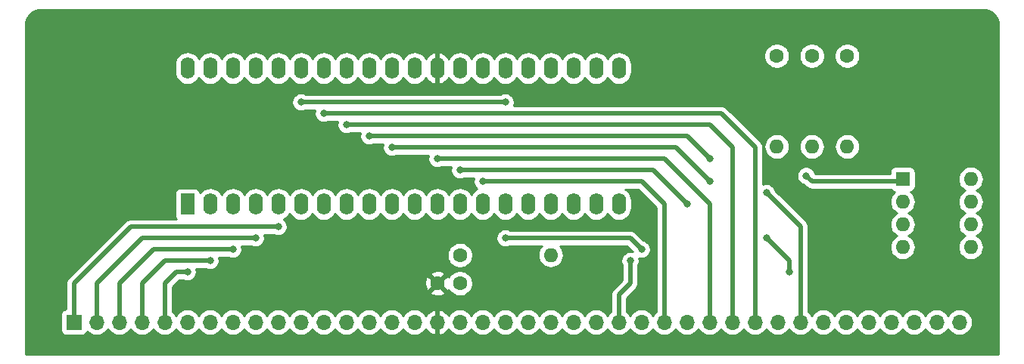
<source format=gbr>
G04 #@! TF.GenerationSoftware,KiCad,Pcbnew,(5.1.2)-2*
G04 #@! TF.CreationDate,2021-09-18T22:18:35+02:00*
G04 #@! TF.ProjectId,aZ80_CPU,615a3830-5f43-4505-952e-6b696361645f,rev?*
G04 #@! TF.SameCoordinates,Original*
G04 #@! TF.FileFunction,Copper,L2,Bot*
G04 #@! TF.FilePolarity,Positive*
%FSLAX46Y46*%
G04 Gerber Fmt 4.6, Leading zero omitted, Abs format (unit mm)*
G04 Created by KiCad (PCBNEW (5.1.2)-2) date 2021-09-18 22:18:35*
%MOMM*%
%LPD*%
G04 APERTURE LIST*
%ADD10O,1.600000X1.600000*%
%ADD11C,1.600000*%
%ADD12O,1.600000X2.400000*%
%ADD13R,1.600000X2.400000*%
%ADD14R,1.600000X1.600000*%
%ADD15O,1.700000X1.700000*%
%ADD16R,1.700000X1.700000*%
%ADD17C,0.800000*%
%ADD18C,0.500000*%
%ADD19C,0.254000*%
G04 APERTURE END LIST*
D10*
X142340000Y-102465000D03*
D11*
X132180000Y-102465000D03*
D10*
X175514000Y-90297000D03*
D11*
X175514000Y-80137000D03*
D10*
X171550000Y-90297000D03*
D11*
X171550000Y-80137000D03*
D10*
X167640000Y-90297000D03*
D11*
X167640000Y-80137000D03*
X129680000Y-105640000D03*
X132180000Y-105640000D03*
D12*
X101700000Y-81510000D03*
X149960000Y-96750000D03*
X104240000Y-81510000D03*
X147420000Y-96750000D03*
X106780000Y-81510000D03*
X144880000Y-96750000D03*
X109320000Y-81510000D03*
X142340000Y-96750000D03*
X111860000Y-81510000D03*
X139800000Y-96750000D03*
X114400000Y-81510000D03*
X137260000Y-96750000D03*
X116940000Y-81510000D03*
X134720000Y-96750000D03*
X119480000Y-81510000D03*
X132180000Y-96750000D03*
X122020000Y-81510000D03*
X129640000Y-96750000D03*
X124560000Y-81510000D03*
X127100000Y-96750000D03*
X127100000Y-81510000D03*
X124560000Y-96750000D03*
X129640000Y-81510000D03*
X122020000Y-96750000D03*
X132180000Y-81510000D03*
X119480000Y-96750000D03*
X134720000Y-81510000D03*
X116940000Y-96750000D03*
X137260000Y-81510000D03*
X114400000Y-96750000D03*
X139800000Y-81510000D03*
X111860000Y-96750000D03*
X142340000Y-81510000D03*
X109320000Y-96750000D03*
X144880000Y-81510000D03*
X106780000Y-96750000D03*
X147420000Y-81510000D03*
X104240000Y-96750000D03*
X149960000Y-81510000D03*
D13*
X101700000Y-96750000D03*
D10*
X189330000Y-93950000D03*
X181710000Y-101570000D03*
X189330000Y-96490000D03*
X181710000Y-99030000D03*
X189330000Y-99030000D03*
X181710000Y-96490000D03*
X189330000Y-101570000D03*
D14*
X181710000Y-93950000D03*
D15*
X188060000Y-110000000D03*
X185520000Y-110000000D03*
X182980000Y-110000000D03*
X180440000Y-110000000D03*
X177900000Y-110000000D03*
X175360000Y-110000000D03*
X172820000Y-110000000D03*
X170280000Y-110000000D03*
X167740000Y-110000000D03*
X165200000Y-110000000D03*
X162660000Y-110000000D03*
X160120000Y-110000000D03*
X157580000Y-110000000D03*
X155040000Y-110000000D03*
X152500000Y-110000000D03*
X149960000Y-110000000D03*
X147420000Y-110000000D03*
X144880000Y-110000000D03*
X142340000Y-110000000D03*
X139800000Y-110000000D03*
X137260000Y-110000000D03*
X134720000Y-110000000D03*
X132180000Y-110000000D03*
X129640000Y-110000000D03*
X127100000Y-110000000D03*
X124560000Y-110000000D03*
X122020000Y-110000000D03*
X119480000Y-110000000D03*
X116940000Y-110000000D03*
X114400000Y-110000000D03*
X111860000Y-110000000D03*
X109320000Y-110000000D03*
X106780000Y-110000000D03*
X104240000Y-110000000D03*
X101700000Y-110000000D03*
X99160000Y-110000000D03*
X96620000Y-110000000D03*
X94080000Y-110000000D03*
X91540000Y-110000000D03*
D16*
X89000000Y-110000000D03*
D17*
X132180000Y-92940000D03*
X157580000Y-96750000D03*
X157580000Y-96750000D03*
X166470000Y-100560000D03*
X169010000Y-104370000D03*
X124560000Y-90400000D03*
X160120000Y-94210000D03*
X166470000Y-95480000D03*
X122020000Y-89130000D03*
X160120000Y-91670000D03*
X116940000Y-86590000D03*
X119480000Y-87860000D03*
X129640000Y-91670000D03*
X137260000Y-100560000D03*
X152500000Y-101830000D03*
X134720000Y-94210000D03*
X151230000Y-103100000D03*
X114400000Y-85320000D03*
X137260000Y-85320000D03*
X101700000Y-104370000D03*
X104240000Y-103100000D03*
X106780000Y-101830000D03*
X109320000Y-100560000D03*
X111860000Y-99290000D03*
X170915000Y-93575000D03*
D18*
X132180000Y-92940000D02*
X153770000Y-92940000D01*
X153770000Y-92940000D02*
X157580000Y-96750000D01*
X166470000Y-100560000D02*
X169010000Y-103100000D01*
X169010000Y-103100000D02*
X169010000Y-104370000D01*
X124560000Y-90400000D02*
X156310000Y-90400000D01*
X156310000Y-90400000D02*
X160120000Y-94210000D01*
X170280000Y-99290000D02*
X170280000Y-110000000D01*
X166470000Y-95480000D02*
X170280000Y-99290000D01*
X122020000Y-89130000D02*
X157580000Y-89130000D01*
X157580000Y-89130000D02*
X160120000Y-91670000D01*
X165200000Y-90400000D02*
X165200000Y-110000000D01*
X116940000Y-86590000D02*
X161390000Y-86590000D01*
X161390000Y-86590000D02*
X165200000Y-90400000D01*
X119480000Y-87860000D02*
X160120000Y-87860000D01*
X162660000Y-90400000D02*
X162660000Y-110000000D01*
X160120000Y-87860000D02*
X162660000Y-90400000D01*
X129640000Y-91670000D02*
X155040000Y-91670000D01*
X160120000Y-96750000D02*
X160120000Y-110000000D01*
X155040000Y-91670000D02*
X160120000Y-96750000D01*
X137260000Y-100560000D02*
X151230000Y-100560000D01*
X151230000Y-100560000D02*
X152500000Y-101830000D01*
X134720000Y-94210000D02*
X152500000Y-94210000D01*
X155040000Y-96750000D02*
X155040000Y-110000000D01*
X152500000Y-94210000D02*
X155040000Y-96750000D01*
X151230000Y-103100000D02*
X151230000Y-105640000D01*
X149960000Y-106910000D02*
X149960000Y-110000000D01*
X151230000Y-105640000D02*
X149960000Y-106910000D01*
X114400000Y-85320000D02*
X137260000Y-85320000D01*
X101700000Y-104370000D02*
X100430000Y-104370000D01*
X99160000Y-105640000D02*
X99160000Y-110000000D01*
X100430000Y-104370000D02*
X99160000Y-105640000D01*
X104240000Y-103100000D02*
X99160000Y-103100000D01*
X96620000Y-105640000D02*
X96620000Y-110000000D01*
X99160000Y-103100000D02*
X96620000Y-105640000D01*
X106780000Y-101830000D02*
X97890000Y-101830000D01*
X94080000Y-105640000D02*
X94080000Y-110000000D01*
X97890000Y-101830000D02*
X94080000Y-105640000D01*
X109320000Y-100560000D02*
X96620000Y-100560000D01*
X91540000Y-105640000D02*
X91540000Y-110000000D01*
X96620000Y-100560000D02*
X91540000Y-105640000D01*
X111860000Y-99290000D02*
X95350000Y-99290000D01*
X89000000Y-105640000D02*
X89000000Y-110000000D01*
X95350000Y-99290000D02*
X89000000Y-105640000D01*
X181450000Y-94210000D02*
X181710000Y-93950000D01*
X170915000Y-93575000D02*
X171550000Y-94210000D01*
X171550000Y-94210000D02*
X181450000Y-94210000D01*
D19*
G36*
X190625973Y-74954997D02*
G01*
X191008006Y-74992455D01*
X191342748Y-75093520D01*
X191651492Y-75257681D01*
X191922471Y-75478687D01*
X192145361Y-75748115D01*
X192311670Y-76055697D01*
X192415072Y-76389736D01*
X192454996Y-76769582D01*
X192445185Y-113581000D01*
X83595000Y-113581000D01*
X83595000Y-109150000D01*
X87511928Y-109150000D01*
X87511928Y-110850000D01*
X87524188Y-110974482D01*
X87560498Y-111094180D01*
X87619463Y-111204494D01*
X87698815Y-111301185D01*
X87795506Y-111380537D01*
X87905820Y-111439502D01*
X88025518Y-111475812D01*
X88150000Y-111488072D01*
X89850000Y-111488072D01*
X89974482Y-111475812D01*
X90094180Y-111439502D01*
X90204494Y-111380537D01*
X90301185Y-111301185D01*
X90380537Y-111204494D01*
X90439502Y-111094180D01*
X90460393Y-111025313D01*
X90484866Y-111055134D01*
X90710986Y-111240706D01*
X90968966Y-111378599D01*
X91248889Y-111463513D01*
X91467050Y-111485000D01*
X91612950Y-111485000D01*
X91831111Y-111463513D01*
X92111034Y-111378599D01*
X92369014Y-111240706D01*
X92595134Y-111055134D01*
X92780706Y-110829014D01*
X92810000Y-110774209D01*
X92839294Y-110829014D01*
X93024866Y-111055134D01*
X93250986Y-111240706D01*
X93508966Y-111378599D01*
X93788889Y-111463513D01*
X94007050Y-111485000D01*
X94152950Y-111485000D01*
X94371111Y-111463513D01*
X94651034Y-111378599D01*
X94909014Y-111240706D01*
X95135134Y-111055134D01*
X95320706Y-110829014D01*
X95350000Y-110774209D01*
X95379294Y-110829014D01*
X95564866Y-111055134D01*
X95790986Y-111240706D01*
X96048966Y-111378599D01*
X96328889Y-111463513D01*
X96547050Y-111485000D01*
X96692950Y-111485000D01*
X96911111Y-111463513D01*
X97191034Y-111378599D01*
X97449014Y-111240706D01*
X97675134Y-111055134D01*
X97860706Y-110829014D01*
X97890000Y-110774209D01*
X97919294Y-110829014D01*
X98104866Y-111055134D01*
X98330986Y-111240706D01*
X98588966Y-111378599D01*
X98868889Y-111463513D01*
X99087050Y-111485000D01*
X99232950Y-111485000D01*
X99451111Y-111463513D01*
X99731034Y-111378599D01*
X99989014Y-111240706D01*
X100215134Y-111055134D01*
X100400706Y-110829014D01*
X100430000Y-110774209D01*
X100459294Y-110829014D01*
X100644866Y-111055134D01*
X100870986Y-111240706D01*
X101128966Y-111378599D01*
X101408889Y-111463513D01*
X101627050Y-111485000D01*
X101772950Y-111485000D01*
X101991111Y-111463513D01*
X102271034Y-111378599D01*
X102529014Y-111240706D01*
X102755134Y-111055134D01*
X102940706Y-110829014D01*
X102970000Y-110774209D01*
X102999294Y-110829014D01*
X103184866Y-111055134D01*
X103410986Y-111240706D01*
X103668966Y-111378599D01*
X103948889Y-111463513D01*
X104167050Y-111485000D01*
X104312950Y-111485000D01*
X104531111Y-111463513D01*
X104811034Y-111378599D01*
X105069014Y-111240706D01*
X105295134Y-111055134D01*
X105480706Y-110829014D01*
X105510000Y-110774209D01*
X105539294Y-110829014D01*
X105724866Y-111055134D01*
X105950986Y-111240706D01*
X106208966Y-111378599D01*
X106488889Y-111463513D01*
X106707050Y-111485000D01*
X106852950Y-111485000D01*
X107071111Y-111463513D01*
X107351034Y-111378599D01*
X107609014Y-111240706D01*
X107835134Y-111055134D01*
X108020706Y-110829014D01*
X108050000Y-110774209D01*
X108079294Y-110829014D01*
X108264866Y-111055134D01*
X108490986Y-111240706D01*
X108748966Y-111378599D01*
X109028889Y-111463513D01*
X109247050Y-111485000D01*
X109392950Y-111485000D01*
X109611111Y-111463513D01*
X109891034Y-111378599D01*
X110149014Y-111240706D01*
X110375134Y-111055134D01*
X110560706Y-110829014D01*
X110590000Y-110774209D01*
X110619294Y-110829014D01*
X110804866Y-111055134D01*
X111030986Y-111240706D01*
X111288966Y-111378599D01*
X111568889Y-111463513D01*
X111787050Y-111485000D01*
X111932950Y-111485000D01*
X112151111Y-111463513D01*
X112431034Y-111378599D01*
X112689014Y-111240706D01*
X112915134Y-111055134D01*
X113100706Y-110829014D01*
X113130000Y-110774209D01*
X113159294Y-110829014D01*
X113344866Y-111055134D01*
X113570986Y-111240706D01*
X113828966Y-111378599D01*
X114108889Y-111463513D01*
X114327050Y-111485000D01*
X114472950Y-111485000D01*
X114691111Y-111463513D01*
X114971034Y-111378599D01*
X115229014Y-111240706D01*
X115455134Y-111055134D01*
X115640706Y-110829014D01*
X115670000Y-110774209D01*
X115699294Y-110829014D01*
X115884866Y-111055134D01*
X116110986Y-111240706D01*
X116368966Y-111378599D01*
X116648889Y-111463513D01*
X116867050Y-111485000D01*
X117012950Y-111485000D01*
X117231111Y-111463513D01*
X117511034Y-111378599D01*
X117769014Y-111240706D01*
X117995134Y-111055134D01*
X118180706Y-110829014D01*
X118210000Y-110774209D01*
X118239294Y-110829014D01*
X118424866Y-111055134D01*
X118650986Y-111240706D01*
X118908966Y-111378599D01*
X119188889Y-111463513D01*
X119407050Y-111485000D01*
X119552950Y-111485000D01*
X119771111Y-111463513D01*
X120051034Y-111378599D01*
X120309014Y-111240706D01*
X120535134Y-111055134D01*
X120720706Y-110829014D01*
X120750000Y-110774209D01*
X120779294Y-110829014D01*
X120964866Y-111055134D01*
X121190986Y-111240706D01*
X121448966Y-111378599D01*
X121728889Y-111463513D01*
X121947050Y-111485000D01*
X122092950Y-111485000D01*
X122311111Y-111463513D01*
X122591034Y-111378599D01*
X122849014Y-111240706D01*
X123075134Y-111055134D01*
X123260706Y-110829014D01*
X123290000Y-110774209D01*
X123319294Y-110829014D01*
X123504866Y-111055134D01*
X123730986Y-111240706D01*
X123988966Y-111378599D01*
X124268889Y-111463513D01*
X124487050Y-111485000D01*
X124632950Y-111485000D01*
X124851111Y-111463513D01*
X125131034Y-111378599D01*
X125389014Y-111240706D01*
X125615134Y-111055134D01*
X125800706Y-110829014D01*
X125830000Y-110774209D01*
X125859294Y-110829014D01*
X126044866Y-111055134D01*
X126270986Y-111240706D01*
X126528966Y-111378599D01*
X126808889Y-111463513D01*
X127027050Y-111485000D01*
X127172950Y-111485000D01*
X127391111Y-111463513D01*
X127671034Y-111378599D01*
X127929014Y-111240706D01*
X128155134Y-111055134D01*
X128340706Y-110829014D01*
X128375201Y-110764477D01*
X128444822Y-110881355D01*
X128639731Y-111097588D01*
X128873080Y-111271641D01*
X129135901Y-111396825D01*
X129283110Y-111441476D01*
X129513000Y-111320155D01*
X129513000Y-110127000D01*
X129493000Y-110127000D01*
X129493000Y-109873000D01*
X129513000Y-109873000D01*
X129513000Y-108679845D01*
X129283110Y-108558524D01*
X129135901Y-108603175D01*
X128873080Y-108728359D01*
X128639731Y-108902412D01*
X128444822Y-109118645D01*
X128375201Y-109235523D01*
X128340706Y-109170986D01*
X128155134Y-108944866D01*
X127929014Y-108759294D01*
X127671034Y-108621401D01*
X127391111Y-108536487D01*
X127172950Y-108515000D01*
X127027050Y-108515000D01*
X126808889Y-108536487D01*
X126528966Y-108621401D01*
X126270986Y-108759294D01*
X126044866Y-108944866D01*
X125859294Y-109170986D01*
X125830000Y-109225791D01*
X125800706Y-109170986D01*
X125615134Y-108944866D01*
X125389014Y-108759294D01*
X125131034Y-108621401D01*
X124851111Y-108536487D01*
X124632950Y-108515000D01*
X124487050Y-108515000D01*
X124268889Y-108536487D01*
X123988966Y-108621401D01*
X123730986Y-108759294D01*
X123504866Y-108944866D01*
X123319294Y-109170986D01*
X123290000Y-109225791D01*
X123260706Y-109170986D01*
X123075134Y-108944866D01*
X122849014Y-108759294D01*
X122591034Y-108621401D01*
X122311111Y-108536487D01*
X122092950Y-108515000D01*
X121947050Y-108515000D01*
X121728889Y-108536487D01*
X121448966Y-108621401D01*
X121190986Y-108759294D01*
X120964866Y-108944866D01*
X120779294Y-109170986D01*
X120750000Y-109225791D01*
X120720706Y-109170986D01*
X120535134Y-108944866D01*
X120309014Y-108759294D01*
X120051034Y-108621401D01*
X119771111Y-108536487D01*
X119552950Y-108515000D01*
X119407050Y-108515000D01*
X119188889Y-108536487D01*
X118908966Y-108621401D01*
X118650986Y-108759294D01*
X118424866Y-108944866D01*
X118239294Y-109170986D01*
X118210000Y-109225791D01*
X118180706Y-109170986D01*
X117995134Y-108944866D01*
X117769014Y-108759294D01*
X117511034Y-108621401D01*
X117231111Y-108536487D01*
X117012950Y-108515000D01*
X116867050Y-108515000D01*
X116648889Y-108536487D01*
X116368966Y-108621401D01*
X116110986Y-108759294D01*
X115884866Y-108944866D01*
X115699294Y-109170986D01*
X115670000Y-109225791D01*
X115640706Y-109170986D01*
X115455134Y-108944866D01*
X115229014Y-108759294D01*
X114971034Y-108621401D01*
X114691111Y-108536487D01*
X114472950Y-108515000D01*
X114327050Y-108515000D01*
X114108889Y-108536487D01*
X113828966Y-108621401D01*
X113570986Y-108759294D01*
X113344866Y-108944866D01*
X113159294Y-109170986D01*
X113130000Y-109225791D01*
X113100706Y-109170986D01*
X112915134Y-108944866D01*
X112689014Y-108759294D01*
X112431034Y-108621401D01*
X112151111Y-108536487D01*
X111932950Y-108515000D01*
X111787050Y-108515000D01*
X111568889Y-108536487D01*
X111288966Y-108621401D01*
X111030986Y-108759294D01*
X110804866Y-108944866D01*
X110619294Y-109170986D01*
X110590000Y-109225791D01*
X110560706Y-109170986D01*
X110375134Y-108944866D01*
X110149014Y-108759294D01*
X109891034Y-108621401D01*
X109611111Y-108536487D01*
X109392950Y-108515000D01*
X109247050Y-108515000D01*
X109028889Y-108536487D01*
X108748966Y-108621401D01*
X108490986Y-108759294D01*
X108264866Y-108944866D01*
X108079294Y-109170986D01*
X108050000Y-109225791D01*
X108020706Y-109170986D01*
X107835134Y-108944866D01*
X107609014Y-108759294D01*
X107351034Y-108621401D01*
X107071111Y-108536487D01*
X106852950Y-108515000D01*
X106707050Y-108515000D01*
X106488889Y-108536487D01*
X106208966Y-108621401D01*
X105950986Y-108759294D01*
X105724866Y-108944866D01*
X105539294Y-109170986D01*
X105510000Y-109225791D01*
X105480706Y-109170986D01*
X105295134Y-108944866D01*
X105069014Y-108759294D01*
X104811034Y-108621401D01*
X104531111Y-108536487D01*
X104312950Y-108515000D01*
X104167050Y-108515000D01*
X103948889Y-108536487D01*
X103668966Y-108621401D01*
X103410986Y-108759294D01*
X103184866Y-108944866D01*
X102999294Y-109170986D01*
X102970000Y-109225791D01*
X102940706Y-109170986D01*
X102755134Y-108944866D01*
X102529014Y-108759294D01*
X102271034Y-108621401D01*
X101991111Y-108536487D01*
X101772950Y-108515000D01*
X101627050Y-108515000D01*
X101408889Y-108536487D01*
X101128966Y-108621401D01*
X100870986Y-108759294D01*
X100644866Y-108944866D01*
X100459294Y-109170986D01*
X100430000Y-109225791D01*
X100400706Y-109170986D01*
X100215134Y-108944866D01*
X100045000Y-108805241D01*
X100045000Y-106632702D01*
X128866903Y-106632702D01*
X128938486Y-106876671D01*
X129193996Y-106997571D01*
X129468184Y-107066300D01*
X129750512Y-107080217D01*
X130030130Y-107038787D01*
X130296292Y-106943603D01*
X130421514Y-106876671D01*
X130493097Y-106632702D01*
X129680000Y-105819605D01*
X128866903Y-106632702D01*
X100045000Y-106632702D01*
X100045000Y-106006578D01*
X100341066Y-105710512D01*
X128239783Y-105710512D01*
X128281213Y-105990130D01*
X128376397Y-106256292D01*
X128443329Y-106381514D01*
X128687298Y-106453097D01*
X129500395Y-105640000D01*
X129859605Y-105640000D01*
X130672702Y-106453097D01*
X130916671Y-106381514D01*
X130930324Y-106352659D01*
X131065363Y-106554759D01*
X131265241Y-106754637D01*
X131500273Y-106911680D01*
X131761426Y-107019853D01*
X132038665Y-107075000D01*
X132321335Y-107075000D01*
X132598574Y-107019853D01*
X132859727Y-106911680D01*
X133094759Y-106754637D01*
X133294637Y-106554759D01*
X133451680Y-106319727D01*
X133559853Y-106058574D01*
X133615000Y-105781335D01*
X133615000Y-105498665D01*
X133559853Y-105221426D01*
X133451680Y-104960273D01*
X133294637Y-104725241D01*
X133094759Y-104525363D01*
X132859727Y-104368320D01*
X132598574Y-104260147D01*
X132321335Y-104205000D01*
X132038665Y-104205000D01*
X131761426Y-104260147D01*
X131500273Y-104368320D01*
X131265241Y-104525363D01*
X131065363Y-104725241D01*
X130931308Y-104925869D01*
X130916671Y-104898486D01*
X130672702Y-104826903D01*
X129859605Y-105640000D01*
X129500395Y-105640000D01*
X128687298Y-104826903D01*
X128443329Y-104898486D01*
X128322429Y-105153996D01*
X128253700Y-105428184D01*
X128239783Y-105710512D01*
X100341066Y-105710512D01*
X100796579Y-105255000D01*
X101161546Y-105255000D01*
X101209744Y-105287205D01*
X101398102Y-105365226D01*
X101598061Y-105405000D01*
X101801939Y-105405000D01*
X102001898Y-105365226D01*
X102190256Y-105287205D01*
X102359774Y-105173937D01*
X102503937Y-105029774D01*
X102617205Y-104860256D01*
X102695226Y-104671898D01*
X102700119Y-104647298D01*
X128866903Y-104647298D01*
X129680000Y-105460395D01*
X130493097Y-104647298D01*
X130421514Y-104403329D01*
X130166004Y-104282429D01*
X129891816Y-104213700D01*
X129609488Y-104199783D01*
X129329870Y-104241213D01*
X129063708Y-104336397D01*
X128938486Y-104403329D01*
X128866903Y-104647298D01*
X102700119Y-104647298D01*
X102735000Y-104471939D01*
X102735000Y-104268061D01*
X102695226Y-104068102D01*
X102660804Y-103985000D01*
X103701546Y-103985000D01*
X103749744Y-104017205D01*
X103938102Y-104095226D01*
X104138061Y-104135000D01*
X104341939Y-104135000D01*
X104541898Y-104095226D01*
X104730256Y-104017205D01*
X104899774Y-103903937D01*
X105043937Y-103759774D01*
X105157205Y-103590256D01*
X105235226Y-103401898D01*
X105275000Y-103201939D01*
X105275000Y-102998061D01*
X105235226Y-102798102D01*
X105200804Y-102715000D01*
X106241546Y-102715000D01*
X106289744Y-102747205D01*
X106478102Y-102825226D01*
X106678061Y-102865000D01*
X106881939Y-102865000D01*
X107081898Y-102825226D01*
X107270256Y-102747205D01*
X107439774Y-102633937D01*
X107583937Y-102489774D01*
X107694927Y-102323665D01*
X130745000Y-102323665D01*
X130745000Y-102606335D01*
X130800147Y-102883574D01*
X130908320Y-103144727D01*
X131065363Y-103379759D01*
X131265241Y-103579637D01*
X131500273Y-103736680D01*
X131761426Y-103844853D01*
X132038665Y-103900000D01*
X132321335Y-103900000D01*
X132598574Y-103844853D01*
X132859727Y-103736680D01*
X133094759Y-103579637D01*
X133294637Y-103379759D01*
X133451680Y-103144727D01*
X133559853Y-102883574D01*
X133615000Y-102606335D01*
X133615000Y-102323665D01*
X133559853Y-102046426D01*
X133451680Y-101785273D01*
X133294637Y-101550241D01*
X133094759Y-101350363D01*
X132859727Y-101193320D01*
X132598574Y-101085147D01*
X132321335Y-101030000D01*
X132038665Y-101030000D01*
X131761426Y-101085147D01*
X131500273Y-101193320D01*
X131265241Y-101350363D01*
X131065363Y-101550241D01*
X130908320Y-101785273D01*
X130800147Y-102046426D01*
X130745000Y-102323665D01*
X107694927Y-102323665D01*
X107697205Y-102320256D01*
X107775226Y-102131898D01*
X107815000Y-101931939D01*
X107815000Y-101728061D01*
X107775226Y-101528102D01*
X107740804Y-101445000D01*
X108781546Y-101445000D01*
X108829744Y-101477205D01*
X109018102Y-101555226D01*
X109218061Y-101595000D01*
X109421939Y-101595000D01*
X109621898Y-101555226D01*
X109810256Y-101477205D01*
X109979774Y-101363937D01*
X110123937Y-101219774D01*
X110237205Y-101050256D01*
X110315226Y-100861898D01*
X110355000Y-100661939D01*
X110355000Y-100458061D01*
X110315226Y-100258102D01*
X110280804Y-100175000D01*
X111321546Y-100175000D01*
X111369744Y-100207205D01*
X111558102Y-100285226D01*
X111758061Y-100325000D01*
X111961939Y-100325000D01*
X112161898Y-100285226D01*
X112350256Y-100207205D01*
X112519774Y-100093937D01*
X112663937Y-99949774D01*
X112777205Y-99780256D01*
X112855226Y-99591898D01*
X112895000Y-99391939D01*
X112895000Y-99188061D01*
X112855226Y-98988102D01*
X112777205Y-98799744D01*
X112663937Y-98630226D01*
X112519774Y-98486063D01*
X112468564Y-98451845D01*
X112661101Y-98348932D01*
X112879608Y-98169608D01*
X113058932Y-97951101D01*
X113130000Y-97818142D01*
X113201068Y-97951101D01*
X113380393Y-98169608D01*
X113598900Y-98348932D01*
X113848193Y-98482182D01*
X114118692Y-98564236D01*
X114400000Y-98591943D01*
X114681309Y-98564236D01*
X114951808Y-98482182D01*
X115201101Y-98348932D01*
X115419608Y-98169608D01*
X115598932Y-97951101D01*
X115670000Y-97818142D01*
X115741068Y-97951101D01*
X115920393Y-98169608D01*
X116138900Y-98348932D01*
X116388193Y-98482182D01*
X116658692Y-98564236D01*
X116940000Y-98591943D01*
X117221309Y-98564236D01*
X117491808Y-98482182D01*
X117741101Y-98348932D01*
X117959608Y-98169608D01*
X118138932Y-97951101D01*
X118210000Y-97818142D01*
X118281068Y-97951101D01*
X118460393Y-98169608D01*
X118678900Y-98348932D01*
X118928193Y-98482182D01*
X119198692Y-98564236D01*
X119480000Y-98591943D01*
X119761309Y-98564236D01*
X120031808Y-98482182D01*
X120281101Y-98348932D01*
X120499608Y-98169608D01*
X120678932Y-97951101D01*
X120750000Y-97818142D01*
X120821068Y-97951101D01*
X121000393Y-98169608D01*
X121218900Y-98348932D01*
X121468193Y-98482182D01*
X121738692Y-98564236D01*
X122020000Y-98591943D01*
X122301309Y-98564236D01*
X122571808Y-98482182D01*
X122821101Y-98348932D01*
X123039608Y-98169608D01*
X123218932Y-97951101D01*
X123290000Y-97818142D01*
X123361068Y-97951101D01*
X123540393Y-98169608D01*
X123758900Y-98348932D01*
X124008193Y-98482182D01*
X124278692Y-98564236D01*
X124560000Y-98591943D01*
X124841309Y-98564236D01*
X125111808Y-98482182D01*
X125361101Y-98348932D01*
X125579608Y-98169608D01*
X125758932Y-97951101D01*
X125830000Y-97818142D01*
X125901068Y-97951101D01*
X126080393Y-98169608D01*
X126298900Y-98348932D01*
X126548193Y-98482182D01*
X126818692Y-98564236D01*
X127100000Y-98591943D01*
X127381309Y-98564236D01*
X127651808Y-98482182D01*
X127901101Y-98348932D01*
X128119608Y-98169608D01*
X128298932Y-97951101D01*
X128370000Y-97818142D01*
X128441068Y-97951101D01*
X128620393Y-98169608D01*
X128838900Y-98348932D01*
X129088193Y-98482182D01*
X129358692Y-98564236D01*
X129640000Y-98591943D01*
X129921309Y-98564236D01*
X130191808Y-98482182D01*
X130441101Y-98348932D01*
X130659608Y-98169608D01*
X130838932Y-97951101D01*
X130910000Y-97818142D01*
X130981068Y-97951101D01*
X131160393Y-98169608D01*
X131378900Y-98348932D01*
X131628193Y-98482182D01*
X131898692Y-98564236D01*
X132180000Y-98591943D01*
X132461309Y-98564236D01*
X132731808Y-98482182D01*
X132981101Y-98348932D01*
X133199608Y-98169608D01*
X133378932Y-97951101D01*
X133450000Y-97818142D01*
X133521068Y-97951101D01*
X133700393Y-98169608D01*
X133918900Y-98348932D01*
X134168193Y-98482182D01*
X134438692Y-98564236D01*
X134720000Y-98591943D01*
X135001309Y-98564236D01*
X135271808Y-98482182D01*
X135521101Y-98348932D01*
X135739608Y-98169608D01*
X135918932Y-97951101D01*
X135990000Y-97818142D01*
X136061068Y-97951101D01*
X136240393Y-98169608D01*
X136458900Y-98348932D01*
X136708193Y-98482182D01*
X136978692Y-98564236D01*
X137260000Y-98591943D01*
X137541309Y-98564236D01*
X137811808Y-98482182D01*
X138061101Y-98348932D01*
X138279608Y-98169608D01*
X138458932Y-97951101D01*
X138530000Y-97818142D01*
X138601068Y-97951101D01*
X138780393Y-98169608D01*
X138998900Y-98348932D01*
X139248193Y-98482182D01*
X139518692Y-98564236D01*
X139800000Y-98591943D01*
X140081309Y-98564236D01*
X140351808Y-98482182D01*
X140601101Y-98348932D01*
X140819608Y-98169608D01*
X140998932Y-97951101D01*
X141070000Y-97818142D01*
X141141068Y-97951101D01*
X141320393Y-98169608D01*
X141538900Y-98348932D01*
X141788193Y-98482182D01*
X142058692Y-98564236D01*
X142340000Y-98591943D01*
X142621309Y-98564236D01*
X142891808Y-98482182D01*
X143141101Y-98348932D01*
X143359608Y-98169608D01*
X143538932Y-97951101D01*
X143610000Y-97818142D01*
X143681068Y-97951101D01*
X143860393Y-98169608D01*
X144078900Y-98348932D01*
X144328193Y-98482182D01*
X144598692Y-98564236D01*
X144880000Y-98591943D01*
X145161309Y-98564236D01*
X145431808Y-98482182D01*
X145681101Y-98348932D01*
X145899608Y-98169608D01*
X146078932Y-97951101D01*
X146150000Y-97818142D01*
X146221068Y-97951101D01*
X146400393Y-98169608D01*
X146618900Y-98348932D01*
X146868193Y-98482182D01*
X147138692Y-98564236D01*
X147420000Y-98591943D01*
X147701309Y-98564236D01*
X147971808Y-98482182D01*
X148221101Y-98348932D01*
X148439608Y-98169608D01*
X148618932Y-97951101D01*
X148690000Y-97818142D01*
X148761068Y-97951101D01*
X148940393Y-98169608D01*
X149158900Y-98348932D01*
X149408193Y-98482182D01*
X149678692Y-98564236D01*
X149960000Y-98591943D01*
X150241309Y-98564236D01*
X150511808Y-98482182D01*
X150761101Y-98348932D01*
X150979608Y-98169608D01*
X151158932Y-97951101D01*
X151292182Y-97701808D01*
X151374236Y-97431309D01*
X151395000Y-97220491D01*
X151395000Y-96279508D01*
X151374236Y-96068691D01*
X151292182Y-95798192D01*
X151158932Y-95548899D01*
X150979607Y-95330392D01*
X150761100Y-95151068D01*
X150656204Y-95095000D01*
X152133422Y-95095000D01*
X154155000Y-97116579D01*
X154155001Y-108805240D01*
X153984866Y-108944866D01*
X153799294Y-109170986D01*
X153770000Y-109225791D01*
X153740706Y-109170986D01*
X153555134Y-108944866D01*
X153329014Y-108759294D01*
X153071034Y-108621401D01*
X152791111Y-108536487D01*
X152572950Y-108515000D01*
X152427050Y-108515000D01*
X152208889Y-108536487D01*
X151928966Y-108621401D01*
X151670986Y-108759294D01*
X151444866Y-108944866D01*
X151259294Y-109170986D01*
X151230000Y-109225791D01*
X151200706Y-109170986D01*
X151015134Y-108944866D01*
X150845000Y-108805241D01*
X150845000Y-107276578D01*
X151825049Y-106296530D01*
X151858817Y-106268817D01*
X151969411Y-106134059D01*
X152051589Y-105980313D01*
X152102195Y-105813490D01*
X152115000Y-105683477D01*
X152115000Y-105683467D01*
X152119281Y-105640001D01*
X152115000Y-105596535D01*
X152115000Y-103638454D01*
X152147205Y-103590256D01*
X152225226Y-103401898D01*
X152265000Y-103201939D01*
X152265000Y-102998061D01*
X152231961Y-102831961D01*
X152398061Y-102865000D01*
X152601939Y-102865000D01*
X152801898Y-102825226D01*
X152990256Y-102747205D01*
X153159774Y-102633937D01*
X153303937Y-102489774D01*
X153417205Y-102320256D01*
X153495226Y-102131898D01*
X153535000Y-101931939D01*
X153535000Y-101728061D01*
X153495226Y-101528102D01*
X153417205Y-101339744D01*
X153303937Y-101170226D01*
X153159774Y-101026063D01*
X152990256Y-100912795D01*
X152801898Y-100834774D01*
X152745044Y-100823465D01*
X151886534Y-99964956D01*
X151858817Y-99931183D01*
X151724059Y-99820589D01*
X151570313Y-99738411D01*
X151403490Y-99687805D01*
X151273477Y-99675000D01*
X151273469Y-99675000D01*
X151230000Y-99670719D01*
X151186531Y-99675000D01*
X137798454Y-99675000D01*
X137750256Y-99642795D01*
X137561898Y-99564774D01*
X137361939Y-99525000D01*
X137158061Y-99525000D01*
X136958102Y-99564774D01*
X136769744Y-99642795D01*
X136600226Y-99756063D01*
X136456063Y-99900226D01*
X136342795Y-100069744D01*
X136264774Y-100258102D01*
X136225000Y-100458061D01*
X136225000Y-100661939D01*
X136264774Y-100861898D01*
X136342795Y-101050256D01*
X136456063Y-101219774D01*
X136600226Y-101363937D01*
X136769744Y-101477205D01*
X136958102Y-101555226D01*
X137158061Y-101595000D01*
X137361939Y-101595000D01*
X137561898Y-101555226D01*
X137750256Y-101477205D01*
X137798454Y-101445000D01*
X141320870Y-101445000D01*
X141320392Y-101445392D01*
X141141068Y-101663899D01*
X141007818Y-101913192D01*
X140925764Y-102183691D01*
X140898057Y-102465000D01*
X140925764Y-102746309D01*
X141007818Y-103016808D01*
X141141068Y-103266101D01*
X141320392Y-103484608D01*
X141538899Y-103663932D01*
X141788192Y-103797182D01*
X142058691Y-103879236D01*
X142269508Y-103900000D01*
X142410492Y-103900000D01*
X142621309Y-103879236D01*
X142891808Y-103797182D01*
X143141101Y-103663932D01*
X143359608Y-103484608D01*
X143538932Y-103266101D01*
X143672182Y-103016808D01*
X143754236Y-102746309D01*
X143781943Y-102465000D01*
X143754236Y-102183691D01*
X143672182Y-101913192D01*
X143538932Y-101663899D01*
X143359608Y-101445392D01*
X143359130Y-101445000D01*
X150863422Y-101445000D01*
X151493465Y-102075044D01*
X151498039Y-102098039D01*
X151331939Y-102065000D01*
X151128061Y-102065000D01*
X150928102Y-102104774D01*
X150739744Y-102182795D01*
X150570226Y-102296063D01*
X150426063Y-102440226D01*
X150312795Y-102609744D01*
X150234774Y-102798102D01*
X150195000Y-102998061D01*
X150195000Y-103201939D01*
X150234774Y-103401898D01*
X150312795Y-103590256D01*
X150345000Y-103638455D01*
X150345001Y-105273420D01*
X149364956Y-106253466D01*
X149331183Y-106281183D01*
X149220589Y-106415942D01*
X149138411Y-106569688D01*
X149087805Y-106736511D01*
X149075000Y-106866524D01*
X149075000Y-106866531D01*
X149070719Y-106910000D01*
X149075000Y-106953469D01*
X149075001Y-108805240D01*
X148904866Y-108944866D01*
X148719294Y-109170986D01*
X148690000Y-109225791D01*
X148660706Y-109170986D01*
X148475134Y-108944866D01*
X148249014Y-108759294D01*
X147991034Y-108621401D01*
X147711111Y-108536487D01*
X147492950Y-108515000D01*
X147347050Y-108515000D01*
X147128889Y-108536487D01*
X146848966Y-108621401D01*
X146590986Y-108759294D01*
X146364866Y-108944866D01*
X146179294Y-109170986D01*
X146150000Y-109225791D01*
X146120706Y-109170986D01*
X145935134Y-108944866D01*
X145709014Y-108759294D01*
X145451034Y-108621401D01*
X145171111Y-108536487D01*
X144952950Y-108515000D01*
X144807050Y-108515000D01*
X144588889Y-108536487D01*
X144308966Y-108621401D01*
X144050986Y-108759294D01*
X143824866Y-108944866D01*
X143639294Y-109170986D01*
X143610000Y-109225791D01*
X143580706Y-109170986D01*
X143395134Y-108944866D01*
X143169014Y-108759294D01*
X142911034Y-108621401D01*
X142631111Y-108536487D01*
X142412950Y-108515000D01*
X142267050Y-108515000D01*
X142048889Y-108536487D01*
X141768966Y-108621401D01*
X141510986Y-108759294D01*
X141284866Y-108944866D01*
X141099294Y-109170986D01*
X141070000Y-109225791D01*
X141040706Y-109170986D01*
X140855134Y-108944866D01*
X140629014Y-108759294D01*
X140371034Y-108621401D01*
X140091111Y-108536487D01*
X139872950Y-108515000D01*
X139727050Y-108515000D01*
X139508889Y-108536487D01*
X139228966Y-108621401D01*
X138970986Y-108759294D01*
X138744866Y-108944866D01*
X138559294Y-109170986D01*
X138530000Y-109225791D01*
X138500706Y-109170986D01*
X138315134Y-108944866D01*
X138089014Y-108759294D01*
X137831034Y-108621401D01*
X137551111Y-108536487D01*
X137332950Y-108515000D01*
X137187050Y-108515000D01*
X136968889Y-108536487D01*
X136688966Y-108621401D01*
X136430986Y-108759294D01*
X136204866Y-108944866D01*
X136019294Y-109170986D01*
X135990000Y-109225791D01*
X135960706Y-109170986D01*
X135775134Y-108944866D01*
X135549014Y-108759294D01*
X135291034Y-108621401D01*
X135011111Y-108536487D01*
X134792950Y-108515000D01*
X134647050Y-108515000D01*
X134428889Y-108536487D01*
X134148966Y-108621401D01*
X133890986Y-108759294D01*
X133664866Y-108944866D01*
X133479294Y-109170986D01*
X133450000Y-109225791D01*
X133420706Y-109170986D01*
X133235134Y-108944866D01*
X133009014Y-108759294D01*
X132751034Y-108621401D01*
X132471111Y-108536487D01*
X132252950Y-108515000D01*
X132107050Y-108515000D01*
X131888889Y-108536487D01*
X131608966Y-108621401D01*
X131350986Y-108759294D01*
X131124866Y-108944866D01*
X130939294Y-109170986D01*
X130904799Y-109235523D01*
X130835178Y-109118645D01*
X130640269Y-108902412D01*
X130406920Y-108728359D01*
X130144099Y-108603175D01*
X129996890Y-108558524D01*
X129767000Y-108679845D01*
X129767000Y-109873000D01*
X129787000Y-109873000D01*
X129787000Y-110127000D01*
X129767000Y-110127000D01*
X129767000Y-111320155D01*
X129996890Y-111441476D01*
X130144099Y-111396825D01*
X130406920Y-111271641D01*
X130640269Y-111097588D01*
X130835178Y-110881355D01*
X130904799Y-110764477D01*
X130939294Y-110829014D01*
X131124866Y-111055134D01*
X131350986Y-111240706D01*
X131608966Y-111378599D01*
X131888889Y-111463513D01*
X132107050Y-111485000D01*
X132252950Y-111485000D01*
X132471111Y-111463513D01*
X132751034Y-111378599D01*
X133009014Y-111240706D01*
X133235134Y-111055134D01*
X133420706Y-110829014D01*
X133450000Y-110774209D01*
X133479294Y-110829014D01*
X133664866Y-111055134D01*
X133890986Y-111240706D01*
X134148966Y-111378599D01*
X134428889Y-111463513D01*
X134647050Y-111485000D01*
X134792950Y-111485000D01*
X135011111Y-111463513D01*
X135291034Y-111378599D01*
X135549014Y-111240706D01*
X135775134Y-111055134D01*
X135960706Y-110829014D01*
X135990000Y-110774209D01*
X136019294Y-110829014D01*
X136204866Y-111055134D01*
X136430986Y-111240706D01*
X136688966Y-111378599D01*
X136968889Y-111463513D01*
X137187050Y-111485000D01*
X137332950Y-111485000D01*
X137551111Y-111463513D01*
X137831034Y-111378599D01*
X138089014Y-111240706D01*
X138315134Y-111055134D01*
X138500706Y-110829014D01*
X138530000Y-110774209D01*
X138559294Y-110829014D01*
X138744866Y-111055134D01*
X138970986Y-111240706D01*
X139228966Y-111378599D01*
X139508889Y-111463513D01*
X139727050Y-111485000D01*
X139872950Y-111485000D01*
X140091111Y-111463513D01*
X140371034Y-111378599D01*
X140629014Y-111240706D01*
X140855134Y-111055134D01*
X141040706Y-110829014D01*
X141070000Y-110774209D01*
X141099294Y-110829014D01*
X141284866Y-111055134D01*
X141510986Y-111240706D01*
X141768966Y-111378599D01*
X142048889Y-111463513D01*
X142267050Y-111485000D01*
X142412950Y-111485000D01*
X142631111Y-111463513D01*
X142911034Y-111378599D01*
X143169014Y-111240706D01*
X143395134Y-111055134D01*
X143580706Y-110829014D01*
X143610000Y-110774209D01*
X143639294Y-110829014D01*
X143824866Y-111055134D01*
X144050986Y-111240706D01*
X144308966Y-111378599D01*
X144588889Y-111463513D01*
X144807050Y-111485000D01*
X144952950Y-111485000D01*
X145171111Y-111463513D01*
X145451034Y-111378599D01*
X145709014Y-111240706D01*
X145935134Y-111055134D01*
X146120706Y-110829014D01*
X146150000Y-110774209D01*
X146179294Y-110829014D01*
X146364866Y-111055134D01*
X146590986Y-111240706D01*
X146848966Y-111378599D01*
X147128889Y-111463513D01*
X147347050Y-111485000D01*
X147492950Y-111485000D01*
X147711111Y-111463513D01*
X147991034Y-111378599D01*
X148249014Y-111240706D01*
X148475134Y-111055134D01*
X148660706Y-110829014D01*
X148690000Y-110774209D01*
X148719294Y-110829014D01*
X148904866Y-111055134D01*
X149130986Y-111240706D01*
X149388966Y-111378599D01*
X149668889Y-111463513D01*
X149887050Y-111485000D01*
X150032950Y-111485000D01*
X150251111Y-111463513D01*
X150531034Y-111378599D01*
X150789014Y-111240706D01*
X151015134Y-111055134D01*
X151200706Y-110829014D01*
X151230000Y-110774209D01*
X151259294Y-110829014D01*
X151444866Y-111055134D01*
X151670986Y-111240706D01*
X151928966Y-111378599D01*
X152208889Y-111463513D01*
X152427050Y-111485000D01*
X152572950Y-111485000D01*
X152791111Y-111463513D01*
X153071034Y-111378599D01*
X153329014Y-111240706D01*
X153555134Y-111055134D01*
X153740706Y-110829014D01*
X153770000Y-110774209D01*
X153799294Y-110829014D01*
X153984866Y-111055134D01*
X154210986Y-111240706D01*
X154468966Y-111378599D01*
X154748889Y-111463513D01*
X154967050Y-111485000D01*
X155112950Y-111485000D01*
X155331111Y-111463513D01*
X155611034Y-111378599D01*
X155869014Y-111240706D01*
X156095134Y-111055134D01*
X156280706Y-110829014D01*
X156310000Y-110774209D01*
X156339294Y-110829014D01*
X156524866Y-111055134D01*
X156750986Y-111240706D01*
X157008966Y-111378599D01*
X157288889Y-111463513D01*
X157507050Y-111485000D01*
X157652950Y-111485000D01*
X157871111Y-111463513D01*
X158151034Y-111378599D01*
X158409014Y-111240706D01*
X158635134Y-111055134D01*
X158820706Y-110829014D01*
X158850000Y-110774209D01*
X158879294Y-110829014D01*
X159064866Y-111055134D01*
X159290986Y-111240706D01*
X159548966Y-111378599D01*
X159828889Y-111463513D01*
X160047050Y-111485000D01*
X160192950Y-111485000D01*
X160411111Y-111463513D01*
X160691034Y-111378599D01*
X160949014Y-111240706D01*
X161175134Y-111055134D01*
X161360706Y-110829014D01*
X161390000Y-110774209D01*
X161419294Y-110829014D01*
X161604866Y-111055134D01*
X161830986Y-111240706D01*
X162088966Y-111378599D01*
X162368889Y-111463513D01*
X162587050Y-111485000D01*
X162732950Y-111485000D01*
X162951111Y-111463513D01*
X163231034Y-111378599D01*
X163489014Y-111240706D01*
X163715134Y-111055134D01*
X163900706Y-110829014D01*
X163930000Y-110774209D01*
X163959294Y-110829014D01*
X164144866Y-111055134D01*
X164370986Y-111240706D01*
X164628966Y-111378599D01*
X164908889Y-111463513D01*
X165127050Y-111485000D01*
X165272950Y-111485000D01*
X165491111Y-111463513D01*
X165771034Y-111378599D01*
X166029014Y-111240706D01*
X166255134Y-111055134D01*
X166440706Y-110829014D01*
X166470000Y-110774209D01*
X166499294Y-110829014D01*
X166684866Y-111055134D01*
X166910986Y-111240706D01*
X167168966Y-111378599D01*
X167448889Y-111463513D01*
X167667050Y-111485000D01*
X167812950Y-111485000D01*
X168031111Y-111463513D01*
X168311034Y-111378599D01*
X168569014Y-111240706D01*
X168795134Y-111055134D01*
X168980706Y-110829014D01*
X169010000Y-110774209D01*
X169039294Y-110829014D01*
X169224866Y-111055134D01*
X169450986Y-111240706D01*
X169708966Y-111378599D01*
X169988889Y-111463513D01*
X170207050Y-111485000D01*
X170352950Y-111485000D01*
X170571111Y-111463513D01*
X170851034Y-111378599D01*
X171109014Y-111240706D01*
X171335134Y-111055134D01*
X171520706Y-110829014D01*
X171550000Y-110774209D01*
X171579294Y-110829014D01*
X171764866Y-111055134D01*
X171990986Y-111240706D01*
X172248966Y-111378599D01*
X172528889Y-111463513D01*
X172747050Y-111485000D01*
X172892950Y-111485000D01*
X173111111Y-111463513D01*
X173391034Y-111378599D01*
X173649014Y-111240706D01*
X173875134Y-111055134D01*
X174060706Y-110829014D01*
X174090000Y-110774209D01*
X174119294Y-110829014D01*
X174304866Y-111055134D01*
X174530986Y-111240706D01*
X174788966Y-111378599D01*
X175068889Y-111463513D01*
X175287050Y-111485000D01*
X175432950Y-111485000D01*
X175651111Y-111463513D01*
X175931034Y-111378599D01*
X176189014Y-111240706D01*
X176415134Y-111055134D01*
X176600706Y-110829014D01*
X176630000Y-110774209D01*
X176659294Y-110829014D01*
X176844866Y-111055134D01*
X177070986Y-111240706D01*
X177328966Y-111378599D01*
X177608889Y-111463513D01*
X177827050Y-111485000D01*
X177972950Y-111485000D01*
X178191111Y-111463513D01*
X178471034Y-111378599D01*
X178729014Y-111240706D01*
X178955134Y-111055134D01*
X179140706Y-110829014D01*
X179170000Y-110774209D01*
X179199294Y-110829014D01*
X179384866Y-111055134D01*
X179610986Y-111240706D01*
X179868966Y-111378599D01*
X180148889Y-111463513D01*
X180367050Y-111485000D01*
X180512950Y-111485000D01*
X180731111Y-111463513D01*
X181011034Y-111378599D01*
X181269014Y-111240706D01*
X181495134Y-111055134D01*
X181680706Y-110829014D01*
X181710000Y-110774209D01*
X181739294Y-110829014D01*
X181924866Y-111055134D01*
X182150986Y-111240706D01*
X182408966Y-111378599D01*
X182688889Y-111463513D01*
X182907050Y-111485000D01*
X183052950Y-111485000D01*
X183271111Y-111463513D01*
X183551034Y-111378599D01*
X183809014Y-111240706D01*
X184035134Y-111055134D01*
X184220706Y-110829014D01*
X184250000Y-110774209D01*
X184279294Y-110829014D01*
X184464866Y-111055134D01*
X184690986Y-111240706D01*
X184948966Y-111378599D01*
X185228889Y-111463513D01*
X185447050Y-111485000D01*
X185592950Y-111485000D01*
X185811111Y-111463513D01*
X186091034Y-111378599D01*
X186349014Y-111240706D01*
X186575134Y-111055134D01*
X186760706Y-110829014D01*
X186790000Y-110774209D01*
X186819294Y-110829014D01*
X187004866Y-111055134D01*
X187230986Y-111240706D01*
X187488966Y-111378599D01*
X187768889Y-111463513D01*
X187987050Y-111485000D01*
X188132950Y-111485000D01*
X188351111Y-111463513D01*
X188631034Y-111378599D01*
X188889014Y-111240706D01*
X189115134Y-111055134D01*
X189300706Y-110829014D01*
X189438599Y-110571034D01*
X189523513Y-110291111D01*
X189552185Y-110000000D01*
X189523513Y-109708889D01*
X189438599Y-109428966D01*
X189300706Y-109170986D01*
X189115134Y-108944866D01*
X188889014Y-108759294D01*
X188631034Y-108621401D01*
X188351111Y-108536487D01*
X188132950Y-108515000D01*
X187987050Y-108515000D01*
X187768889Y-108536487D01*
X187488966Y-108621401D01*
X187230986Y-108759294D01*
X187004866Y-108944866D01*
X186819294Y-109170986D01*
X186790000Y-109225791D01*
X186760706Y-109170986D01*
X186575134Y-108944866D01*
X186349014Y-108759294D01*
X186091034Y-108621401D01*
X185811111Y-108536487D01*
X185592950Y-108515000D01*
X185447050Y-108515000D01*
X185228889Y-108536487D01*
X184948966Y-108621401D01*
X184690986Y-108759294D01*
X184464866Y-108944866D01*
X184279294Y-109170986D01*
X184250000Y-109225791D01*
X184220706Y-109170986D01*
X184035134Y-108944866D01*
X183809014Y-108759294D01*
X183551034Y-108621401D01*
X183271111Y-108536487D01*
X183052950Y-108515000D01*
X182907050Y-108515000D01*
X182688889Y-108536487D01*
X182408966Y-108621401D01*
X182150986Y-108759294D01*
X181924866Y-108944866D01*
X181739294Y-109170986D01*
X181710000Y-109225791D01*
X181680706Y-109170986D01*
X181495134Y-108944866D01*
X181269014Y-108759294D01*
X181011034Y-108621401D01*
X180731111Y-108536487D01*
X180512950Y-108515000D01*
X180367050Y-108515000D01*
X180148889Y-108536487D01*
X179868966Y-108621401D01*
X179610986Y-108759294D01*
X179384866Y-108944866D01*
X179199294Y-109170986D01*
X179170000Y-109225791D01*
X179140706Y-109170986D01*
X178955134Y-108944866D01*
X178729014Y-108759294D01*
X178471034Y-108621401D01*
X178191111Y-108536487D01*
X177972950Y-108515000D01*
X177827050Y-108515000D01*
X177608889Y-108536487D01*
X177328966Y-108621401D01*
X177070986Y-108759294D01*
X176844866Y-108944866D01*
X176659294Y-109170986D01*
X176630000Y-109225791D01*
X176600706Y-109170986D01*
X176415134Y-108944866D01*
X176189014Y-108759294D01*
X175931034Y-108621401D01*
X175651111Y-108536487D01*
X175432950Y-108515000D01*
X175287050Y-108515000D01*
X175068889Y-108536487D01*
X174788966Y-108621401D01*
X174530986Y-108759294D01*
X174304866Y-108944866D01*
X174119294Y-109170986D01*
X174090000Y-109225791D01*
X174060706Y-109170986D01*
X173875134Y-108944866D01*
X173649014Y-108759294D01*
X173391034Y-108621401D01*
X173111111Y-108536487D01*
X172892950Y-108515000D01*
X172747050Y-108515000D01*
X172528889Y-108536487D01*
X172248966Y-108621401D01*
X171990986Y-108759294D01*
X171764866Y-108944866D01*
X171579294Y-109170986D01*
X171550000Y-109225791D01*
X171520706Y-109170986D01*
X171335134Y-108944866D01*
X171165000Y-108805241D01*
X171165000Y-99333469D01*
X171169281Y-99290000D01*
X171165000Y-99246531D01*
X171165000Y-99246523D01*
X171152195Y-99116510D01*
X171113242Y-98988102D01*
X171101589Y-98949686D01*
X171019411Y-98795941D01*
X170936532Y-98694953D01*
X170936530Y-98694951D01*
X170908817Y-98661183D01*
X170875050Y-98633471D01*
X167476535Y-95234957D01*
X167465226Y-95178102D01*
X167387205Y-94989744D01*
X167273937Y-94820226D01*
X167129774Y-94676063D01*
X166960256Y-94562795D01*
X166771898Y-94484774D01*
X166571939Y-94445000D01*
X166368061Y-94445000D01*
X166168102Y-94484774D01*
X166085000Y-94519196D01*
X166085000Y-93473061D01*
X169880000Y-93473061D01*
X169880000Y-93676939D01*
X169919774Y-93876898D01*
X169997795Y-94065256D01*
X170111063Y-94234774D01*
X170255226Y-94378937D01*
X170424744Y-94492205D01*
X170613102Y-94570226D01*
X170669956Y-94581535D01*
X170893470Y-94805049D01*
X170921183Y-94838817D01*
X170954951Y-94866530D01*
X170954953Y-94866532D01*
X171055941Y-94949411D01*
X171209686Y-95031589D01*
X171355310Y-95075764D01*
X171376510Y-95082195D01*
X171506523Y-95095000D01*
X171506531Y-95095000D01*
X171550000Y-95099281D01*
X171593469Y-95095000D01*
X180374388Y-95095000D01*
X180379463Y-95104494D01*
X180458815Y-95201185D01*
X180555506Y-95280537D01*
X180665820Y-95339502D01*
X180785518Y-95375812D01*
X180803482Y-95377581D01*
X180690392Y-95470392D01*
X180511068Y-95688899D01*
X180377818Y-95938192D01*
X180295764Y-96208691D01*
X180268057Y-96490000D01*
X180295764Y-96771309D01*
X180377818Y-97041808D01*
X180511068Y-97291101D01*
X180690392Y-97509608D01*
X180908899Y-97688932D01*
X181041858Y-97760000D01*
X180908899Y-97831068D01*
X180690392Y-98010392D01*
X180511068Y-98228899D01*
X180377818Y-98478192D01*
X180295764Y-98748691D01*
X180268057Y-99030000D01*
X180295764Y-99311309D01*
X180377818Y-99581808D01*
X180511068Y-99831101D01*
X180690392Y-100049608D01*
X180908899Y-100228932D01*
X181041858Y-100300000D01*
X180908899Y-100371068D01*
X180690392Y-100550392D01*
X180511068Y-100768899D01*
X180377818Y-101018192D01*
X180295764Y-101288691D01*
X180268057Y-101570000D01*
X180295764Y-101851309D01*
X180377818Y-102121808D01*
X180511068Y-102371101D01*
X180690392Y-102589608D01*
X180908899Y-102768932D01*
X181158192Y-102902182D01*
X181428691Y-102984236D01*
X181639508Y-103005000D01*
X181780492Y-103005000D01*
X181991309Y-102984236D01*
X182261808Y-102902182D01*
X182511101Y-102768932D01*
X182729608Y-102589608D01*
X182908932Y-102371101D01*
X183042182Y-102121808D01*
X183124236Y-101851309D01*
X183151943Y-101570000D01*
X183124236Y-101288691D01*
X183042182Y-101018192D01*
X182908932Y-100768899D01*
X182729608Y-100550392D01*
X182511101Y-100371068D01*
X182378142Y-100300000D01*
X182511101Y-100228932D01*
X182729608Y-100049608D01*
X182908932Y-99831101D01*
X183042182Y-99581808D01*
X183124236Y-99311309D01*
X183151943Y-99030000D01*
X183124236Y-98748691D01*
X183042182Y-98478192D01*
X182908932Y-98228899D01*
X182729608Y-98010392D01*
X182511101Y-97831068D01*
X182378142Y-97760000D01*
X182511101Y-97688932D01*
X182729608Y-97509608D01*
X182908932Y-97291101D01*
X183042182Y-97041808D01*
X183124236Y-96771309D01*
X183151943Y-96490000D01*
X183124236Y-96208691D01*
X183042182Y-95938192D01*
X182908932Y-95688899D01*
X182729608Y-95470392D01*
X182616518Y-95377581D01*
X182634482Y-95375812D01*
X182754180Y-95339502D01*
X182864494Y-95280537D01*
X182961185Y-95201185D01*
X183040537Y-95104494D01*
X183099502Y-94994180D01*
X183135812Y-94874482D01*
X183148072Y-94750000D01*
X183148072Y-93950000D01*
X187888057Y-93950000D01*
X187915764Y-94231309D01*
X187997818Y-94501808D01*
X188131068Y-94751101D01*
X188310392Y-94969608D01*
X188528899Y-95148932D01*
X188661858Y-95220000D01*
X188528899Y-95291068D01*
X188310392Y-95470392D01*
X188131068Y-95688899D01*
X187997818Y-95938192D01*
X187915764Y-96208691D01*
X187888057Y-96490000D01*
X187915764Y-96771309D01*
X187997818Y-97041808D01*
X188131068Y-97291101D01*
X188310392Y-97509608D01*
X188528899Y-97688932D01*
X188661858Y-97760000D01*
X188528899Y-97831068D01*
X188310392Y-98010392D01*
X188131068Y-98228899D01*
X187997818Y-98478192D01*
X187915764Y-98748691D01*
X187888057Y-99030000D01*
X187915764Y-99311309D01*
X187997818Y-99581808D01*
X188131068Y-99831101D01*
X188310392Y-100049608D01*
X188528899Y-100228932D01*
X188661858Y-100300000D01*
X188528899Y-100371068D01*
X188310392Y-100550392D01*
X188131068Y-100768899D01*
X187997818Y-101018192D01*
X187915764Y-101288691D01*
X187888057Y-101570000D01*
X187915764Y-101851309D01*
X187997818Y-102121808D01*
X188131068Y-102371101D01*
X188310392Y-102589608D01*
X188528899Y-102768932D01*
X188778192Y-102902182D01*
X189048691Y-102984236D01*
X189259508Y-103005000D01*
X189400492Y-103005000D01*
X189611309Y-102984236D01*
X189881808Y-102902182D01*
X190131101Y-102768932D01*
X190349608Y-102589608D01*
X190528932Y-102371101D01*
X190662182Y-102121808D01*
X190744236Y-101851309D01*
X190771943Y-101570000D01*
X190744236Y-101288691D01*
X190662182Y-101018192D01*
X190528932Y-100768899D01*
X190349608Y-100550392D01*
X190131101Y-100371068D01*
X189998142Y-100300000D01*
X190131101Y-100228932D01*
X190349608Y-100049608D01*
X190528932Y-99831101D01*
X190662182Y-99581808D01*
X190744236Y-99311309D01*
X190771943Y-99030000D01*
X190744236Y-98748691D01*
X190662182Y-98478192D01*
X190528932Y-98228899D01*
X190349608Y-98010392D01*
X190131101Y-97831068D01*
X189998142Y-97760000D01*
X190131101Y-97688932D01*
X190349608Y-97509608D01*
X190528932Y-97291101D01*
X190662182Y-97041808D01*
X190744236Y-96771309D01*
X190771943Y-96490000D01*
X190744236Y-96208691D01*
X190662182Y-95938192D01*
X190528932Y-95688899D01*
X190349608Y-95470392D01*
X190131101Y-95291068D01*
X189998142Y-95220000D01*
X190131101Y-95148932D01*
X190349608Y-94969608D01*
X190528932Y-94751101D01*
X190662182Y-94501808D01*
X190744236Y-94231309D01*
X190771943Y-93950000D01*
X190744236Y-93668691D01*
X190662182Y-93398192D01*
X190528932Y-93148899D01*
X190349608Y-92930392D01*
X190131101Y-92751068D01*
X189881808Y-92617818D01*
X189611309Y-92535764D01*
X189400492Y-92515000D01*
X189259508Y-92515000D01*
X189048691Y-92535764D01*
X188778192Y-92617818D01*
X188528899Y-92751068D01*
X188310392Y-92930392D01*
X188131068Y-93148899D01*
X187997818Y-93398192D01*
X187915764Y-93668691D01*
X187888057Y-93950000D01*
X183148072Y-93950000D01*
X183148072Y-93150000D01*
X183135812Y-93025518D01*
X183099502Y-92905820D01*
X183040537Y-92795506D01*
X182961185Y-92698815D01*
X182864494Y-92619463D01*
X182754180Y-92560498D01*
X182634482Y-92524188D01*
X182510000Y-92511928D01*
X180910000Y-92511928D01*
X180785518Y-92524188D01*
X180665820Y-92560498D01*
X180555506Y-92619463D01*
X180458815Y-92698815D01*
X180379463Y-92795506D01*
X180320498Y-92905820D01*
X180284188Y-93025518D01*
X180271928Y-93150000D01*
X180271928Y-93325000D01*
X171920549Y-93325000D01*
X171910226Y-93273102D01*
X171832205Y-93084744D01*
X171718937Y-92915226D01*
X171574774Y-92771063D01*
X171405256Y-92657795D01*
X171216898Y-92579774D01*
X171016939Y-92540000D01*
X170813061Y-92540000D01*
X170613102Y-92579774D01*
X170424744Y-92657795D01*
X170255226Y-92771063D01*
X170111063Y-92915226D01*
X169997795Y-93084744D01*
X169919774Y-93273102D01*
X169880000Y-93473061D01*
X166085000Y-93473061D01*
X166085000Y-90443469D01*
X166089281Y-90400000D01*
X166085000Y-90356531D01*
X166085000Y-90356523D01*
X166079138Y-90297000D01*
X166198057Y-90297000D01*
X166225764Y-90578309D01*
X166307818Y-90848808D01*
X166441068Y-91098101D01*
X166620392Y-91316608D01*
X166838899Y-91495932D01*
X167088192Y-91629182D01*
X167358691Y-91711236D01*
X167569508Y-91732000D01*
X167710492Y-91732000D01*
X167921309Y-91711236D01*
X168191808Y-91629182D01*
X168441101Y-91495932D01*
X168659608Y-91316608D01*
X168838932Y-91098101D01*
X168972182Y-90848808D01*
X169054236Y-90578309D01*
X169081943Y-90297000D01*
X170108057Y-90297000D01*
X170135764Y-90578309D01*
X170217818Y-90848808D01*
X170351068Y-91098101D01*
X170530392Y-91316608D01*
X170748899Y-91495932D01*
X170998192Y-91629182D01*
X171268691Y-91711236D01*
X171479508Y-91732000D01*
X171620492Y-91732000D01*
X171831309Y-91711236D01*
X172101808Y-91629182D01*
X172351101Y-91495932D01*
X172569608Y-91316608D01*
X172748932Y-91098101D01*
X172882182Y-90848808D01*
X172964236Y-90578309D01*
X172991943Y-90297000D01*
X174072057Y-90297000D01*
X174099764Y-90578309D01*
X174181818Y-90848808D01*
X174315068Y-91098101D01*
X174494392Y-91316608D01*
X174712899Y-91495932D01*
X174962192Y-91629182D01*
X175232691Y-91711236D01*
X175443508Y-91732000D01*
X175584492Y-91732000D01*
X175795309Y-91711236D01*
X176065808Y-91629182D01*
X176315101Y-91495932D01*
X176533608Y-91316608D01*
X176712932Y-91098101D01*
X176846182Y-90848808D01*
X176928236Y-90578309D01*
X176955943Y-90297000D01*
X176928236Y-90015691D01*
X176846182Y-89745192D01*
X176712932Y-89495899D01*
X176533608Y-89277392D01*
X176315101Y-89098068D01*
X176065808Y-88964818D01*
X175795309Y-88882764D01*
X175584492Y-88862000D01*
X175443508Y-88862000D01*
X175232691Y-88882764D01*
X174962192Y-88964818D01*
X174712899Y-89098068D01*
X174494392Y-89277392D01*
X174315068Y-89495899D01*
X174181818Y-89745192D01*
X174099764Y-90015691D01*
X174072057Y-90297000D01*
X172991943Y-90297000D01*
X172964236Y-90015691D01*
X172882182Y-89745192D01*
X172748932Y-89495899D01*
X172569608Y-89277392D01*
X172351101Y-89098068D01*
X172101808Y-88964818D01*
X171831309Y-88882764D01*
X171620492Y-88862000D01*
X171479508Y-88862000D01*
X171268691Y-88882764D01*
X170998192Y-88964818D01*
X170748899Y-89098068D01*
X170530392Y-89277392D01*
X170351068Y-89495899D01*
X170217818Y-89745192D01*
X170135764Y-90015691D01*
X170108057Y-90297000D01*
X169081943Y-90297000D01*
X169054236Y-90015691D01*
X168972182Y-89745192D01*
X168838932Y-89495899D01*
X168659608Y-89277392D01*
X168441101Y-89098068D01*
X168191808Y-88964818D01*
X167921309Y-88882764D01*
X167710492Y-88862000D01*
X167569508Y-88862000D01*
X167358691Y-88882764D01*
X167088192Y-88964818D01*
X166838899Y-89098068D01*
X166620392Y-89277392D01*
X166441068Y-89495899D01*
X166307818Y-89745192D01*
X166225764Y-90015691D01*
X166198057Y-90297000D01*
X166079138Y-90297000D01*
X166072195Y-90226510D01*
X166053536Y-90165000D01*
X166021589Y-90059686D01*
X165939411Y-89905941D01*
X165856532Y-89804953D01*
X165856530Y-89804951D01*
X165828817Y-89771183D01*
X165795050Y-89743471D01*
X162046534Y-85994956D01*
X162018817Y-85961183D01*
X161884059Y-85850589D01*
X161730313Y-85768411D01*
X161563490Y-85717805D01*
X161433477Y-85705000D01*
X161433469Y-85705000D01*
X161390000Y-85700719D01*
X161346531Y-85705000D01*
X138220804Y-85705000D01*
X138255226Y-85621898D01*
X138295000Y-85421939D01*
X138295000Y-85218061D01*
X138255226Y-85018102D01*
X138177205Y-84829744D01*
X138063937Y-84660226D01*
X137919774Y-84516063D01*
X137750256Y-84402795D01*
X137561898Y-84324774D01*
X137361939Y-84285000D01*
X137158061Y-84285000D01*
X136958102Y-84324774D01*
X136769744Y-84402795D01*
X136721546Y-84435000D01*
X114938454Y-84435000D01*
X114890256Y-84402795D01*
X114701898Y-84324774D01*
X114501939Y-84285000D01*
X114298061Y-84285000D01*
X114098102Y-84324774D01*
X113909744Y-84402795D01*
X113740226Y-84516063D01*
X113596063Y-84660226D01*
X113482795Y-84829744D01*
X113404774Y-85018102D01*
X113365000Y-85218061D01*
X113365000Y-85421939D01*
X113404774Y-85621898D01*
X113482795Y-85810256D01*
X113596063Y-85979774D01*
X113740226Y-86123937D01*
X113909744Y-86237205D01*
X114098102Y-86315226D01*
X114298061Y-86355000D01*
X114501939Y-86355000D01*
X114701898Y-86315226D01*
X114890256Y-86237205D01*
X114938454Y-86205000D01*
X115979196Y-86205000D01*
X115944774Y-86288102D01*
X115905000Y-86488061D01*
X115905000Y-86691939D01*
X115944774Y-86891898D01*
X116022795Y-87080256D01*
X116136063Y-87249774D01*
X116280226Y-87393937D01*
X116449744Y-87507205D01*
X116638102Y-87585226D01*
X116838061Y-87625000D01*
X117041939Y-87625000D01*
X117241898Y-87585226D01*
X117430256Y-87507205D01*
X117478454Y-87475000D01*
X118519196Y-87475000D01*
X118484774Y-87558102D01*
X118445000Y-87758061D01*
X118445000Y-87961939D01*
X118484774Y-88161898D01*
X118562795Y-88350256D01*
X118676063Y-88519774D01*
X118820226Y-88663937D01*
X118989744Y-88777205D01*
X119178102Y-88855226D01*
X119378061Y-88895000D01*
X119581939Y-88895000D01*
X119781898Y-88855226D01*
X119970256Y-88777205D01*
X120018454Y-88745000D01*
X121059196Y-88745000D01*
X121024774Y-88828102D01*
X120985000Y-89028061D01*
X120985000Y-89231939D01*
X121024774Y-89431898D01*
X121102795Y-89620256D01*
X121216063Y-89789774D01*
X121360226Y-89933937D01*
X121529744Y-90047205D01*
X121718102Y-90125226D01*
X121918061Y-90165000D01*
X122121939Y-90165000D01*
X122321898Y-90125226D01*
X122510256Y-90047205D01*
X122558454Y-90015000D01*
X123599196Y-90015000D01*
X123564774Y-90098102D01*
X123525000Y-90298061D01*
X123525000Y-90501939D01*
X123564774Y-90701898D01*
X123642795Y-90890256D01*
X123756063Y-91059774D01*
X123900226Y-91203937D01*
X124069744Y-91317205D01*
X124258102Y-91395226D01*
X124458061Y-91435000D01*
X124661939Y-91435000D01*
X124861898Y-91395226D01*
X125050256Y-91317205D01*
X125098454Y-91285000D01*
X128679196Y-91285000D01*
X128644774Y-91368102D01*
X128605000Y-91568061D01*
X128605000Y-91771939D01*
X128644774Y-91971898D01*
X128722795Y-92160256D01*
X128836063Y-92329774D01*
X128980226Y-92473937D01*
X129149744Y-92587205D01*
X129338102Y-92665226D01*
X129538061Y-92705000D01*
X129741939Y-92705000D01*
X129941898Y-92665226D01*
X130130256Y-92587205D01*
X130178454Y-92555000D01*
X131219196Y-92555000D01*
X131184774Y-92638102D01*
X131145000Y-92838061D01*
X131145000Y-93041939D01*
X131184774Y-93241898D01*
X131262795Y-93430256D01*
X131376063Y-93599774D01*
X131520226Y-93743937D01*
X131689744Y-93857205D01*
X131878102Y-93935226D01*
X132078061Y-93975000D01*
X132281939Y-93975000D01*
X132481898Y-93935226D01*
X132670256Y-93857205D01*
X132718454Y-93825000D01*
X133759196Y-93825000D01*
X133724774Y-93908102D01*
X133685000Y-94108061D01*
X133685000Y-94311939D01*
X133724774Y-94511898D01*
X133802795Y-94700256D01*
X133916063Y-94869774D01*
X134060226Y-95013937D01*
X134111436Y-95048155D01*
X133918899Y-95151068D01*
X133700392Y-95330393D01*
X133521068Y-95548900D01*
X133450000Y-95681858D01*
X133378932Y-95548899D01*
X133199607Y-95330392D01*
X132981100Y-95151068D01*
X132731807Y-95017818D01*
X132461308Y-94935764D01*
X132180000Y-94908057D01*
X131898691Y-94935764D01*
X131628192Y-95017818D01*
X131378899Y-95151068D01*
X131160392Y-95330393D01*
X130981068Y-95548900D01*
X130910000Y-95681858D01*
X130838932Y-95548899D01*
X130659607Y-95330392D01*
X130441100Y-95151068D01*
X130191807Y-95017818D01*
X129921308Y-94935764D01*
X129640000Y-94908057D01*
X129358691Y-94935764D01*
X129088192Y-95017818D01*
X128838899Y-95151068D01*
X128620392Y-95330393D01*
X128441068Y-95548900D01*
X128370000Y-95681858D01*
X128298932Y-95548899D01*
X128119607Y-95330392D01*
X127901100Y-95151068D01*
X127651807Y-95017818D01*
X127381308Y-94935764D01*
X127100000Y-94908057D01*
X126818691Y-94935764D01*
X126548192Y-95017818D01*
X126298899Y-95151068D01*
X126080392Y-95330393D01*
X125901068Y-95548900D01*
X125830000Y-95681858D01*
X125758932Y-95548899D01*
X125579607Y-95330392D01*
X125361100Y-95151068D01*
X125111807Y-95017818D01*
X124841308Y-94935764D01*
X124560000Y-94908057D01*
X124278691Y-94935764D01*
X124008192Y-95017818D01*
X123758899Y-95151068D01*
X123540392Y-95330393D01*
X123361068Y-95548900D01*
X123290000Y-95681858D01*
X123218932Y-95548899D01*
X123039607Y-95330392D01*
X122821100Y-95151068D01*
X122571807Y-95017818D01*
X122301308Y-94935764D01*
X122020000Y-94908057D01*
X121738691Y-94935764D01*
X121468192Y-95017818D01*
X121218899Y-95151068D01*
X121000392Y-95330393D01*
X120821068Y-95548900D01*
X120750000Y-95681858D01*
X120678932Y-95548899D01*
X120499607Y-95330392D01*
X120281100Y-95151068D01*
X120031807Y-95017818D01*
X119761308Y-94935764D01*
X119480000Y-94908057D01*
X119198691Y-94935764D01*
X118928192Y-95017818D01*
X118678899Y-95151068D01*
X118460392Y-95330393D01*
X118281068Y-95548900D01*
X118210000Y-95681858D01*
X118138932Y-95548899D01*
X117959607Y-95330392D01*
X117741100Y-95151068D01*
X117491807Y-95017818D01*
X117221308Y-94935764D01*
X116940000Y-94908057D01*
X116658691Y-94935764D01*
X116388192Y-95017818D01*
X116138899Y-95151068D01*
X115920392Y-95330393D01*
X115741068Y-95548900D01*
X115670000Y-95681858D01*
X115598932Y-95548899D01*
X115419607Y-95330392D01*
X115201100Y-95151068D01*
X114951807Y-95017818D01*
X114681308Y-94935764D01*
X114400000Y-94908057D01*
X114118691Y-94935764D01*
X113848192Y-95017818D01*
X113598899Y-95151068D01*
X113380392Y-95330393D01*
X113201068Y-95548900D01*
X113130000Y-95681858D01*
X113058932Y-95548899D01*
X112879607Y-95330392D01*
X112661100Y-95151068D01*
X112411807Y-95017818D01*
X112141308Y-94935764D01*
X111860000Y-94908057D01*
X111578691Y-94935764D01*
X111308192Y-95017818D01*
X111058899Y-95151068D01*
X110840392Y-95330393D01*
X110661068Y-95548900D01*
X110590000Y-95681858D01*
X110518932Y-95548899D01*
X110339607Y-95330392D01*
X110121100Y-95151068D01*
X109871807Y-95017818D01*
X109601308Y-94935764D01*
X109320000Y-94908057D01*
X109038691Y-94935764D01*
X108768192Y-95017818D01*
X108518899Y-95151068D01*
X108300392Y-95330393D01*
X108121068Y-95548900D01*
X108050000Y-95681858D01*
X107978932Y-95548899D01*
X107799607Y-95330392D01*
X107581100Y-95151068D01*
X107331807Y-95017818D01*
X107061308Y-94935764D01*
X106780000Y-94908057D01*
X106498691Y-94935764D01*
X106228192Y-95017818D01*
X105978899Y-95151068D01*
X105760392Y-95330393D01*
X105581068Y-95548900D01*
X105510000Y-95681858D01*
X105438932Y-95548899D01*
X105259607Y-95330392D01*
X105041100Y-95151068D01*
X104791807Y-95017818D01*
X104521308Y-94935764D01*
X104240000Y-94908057D01*
X103958691Y-94935764D01*
X103688192Y-95017818D01*
X103438899Y-95151068D01*
X103220392Y-95330393D01*
X103127581Y-95443483D01*
X103125812Y-95425518D01*
X103089502Y-95305820D01*
X103030537Y-95195506D01*
X102951185Y-95098815D01*
X102854494Y-95019463D01*
X102744180Y-94960498D01*
X102624482Y-94924188D01*
X102500000Y-94911928D01*
X100900000Y-94911928D01*
X100775518Y-94924188D01*
X100655820Y-94960498D01*
X100545506Y-95019463D01*
X100448815Y-95098815D01*
X100369463Y-95195506D01*
X100310498Y-95305820D01*
X100274188Y-95425518D01*
X100261928Y-95550000D01*
X100261928Y-97950000D01*
X100274188Y-98074482D01*
X100310498Y-98194180D01*
X100369463Y-98304494D01*
X100448815Y-98401185D01*
X100453464Y-98405000D01*
X95393465Y-98405000D01*
X95349999Y-98400719D01*
X95306533Y-98405000D01*
X95306523Y-98405000D01*
X95176510Y-98417805D01*
X95009687Y-98468411D01*
X94855941Y-98550589D01*
X94855939Y-98550590D01*
X94855940Y-98550590D01*
X94754953Y-98633468D01*
X94754951Y-98633470D01*
X94721183Y-98661183D01*
X94693470Y-98694951D01*
X88404956Y-104983466D01*
X88371183Y-105011183D01*
X88260589Y-105145942D01*
X88178411Y-105299688D01*
X88143157Y-105415904D01*
X88139432Y-105428184D01*
X88127805Y-105466511D01*
X88115000Y-105596524D01*
X88115000Y-105596531D01*
X88110719Y-105640000D01*
X88115000Y-105683469D01*
X88115001Y-108515375D01*
X88025518Y-108524188D01*
X87905820Y-108560498D01*
X87795506Y-108619463D01*
X87698815Y-108698815D01*
X87619463Y-108795506D01*
X87560498Y-108905820D01*
X87524188Y-109025518D01*
X87511928Y-109150000D01*
X83595000Y-109150000D01*
X83595000Y-81039509D01*
X100265000Y-81039509D01*
X100265000Y-81980492D01*
X100285764Y-82191309D01*
X100367818Y-82461808D01*
X100501068Y-82711101D01*
X100680393Y-82929608D01*
X100898900Y-83108932D01*
X101148193Y-83242182D01*
X101418692Y-83324236D01*
X101700000Y-83351943D01*
X101981309Y-83324236D01*
X102251808Y-83242182D01*
X102501101Y-83108932D01*
X102719608Y-82929608D01*
X102898932Y-82711101D01*
X102970000Y-82578142D01*
X103041068Y-82711101D01*
X103220393Y-82929608D01*
X103438900Y-83108932D01*
X103688193Y-83242182D01*
X103958692Y-83324236D01*
X104240000Y-83351943D01*
X104521309Y-83324236D01*
X104791808Y-83242182D01*
X105041101Y-83108932D01*
X105259608Y-82929608D01*
X105438932Y-82711101D01*
X105510000Y-82578142D01*
X105581068Y-82711101D01*
X105760393Y-82929608D01*
X105978900Y-83108932D01*
X106228193Y-83242182D01*
X106498692Y-83324236D01*
X106780000Y-83351943D01*
X107061309Y-83324236D01*
X107331808Y-83242182D01*
X107581101Y-83108932D01*
X107799608Y-82929608D01*
X107978932Y-82711101D01*
X108050000Y-82578142D01*
X108121068Y-82711101D01*
X108300393Y-82929608D01*
X108518900Y-83108932D01*
X108768193Y-83242182D01*
X109038692Y-83324236D01*
X109320000Y-83351943D01*
X109601309Y-83324236D01*
X109871808Y-83242182D01*
X110121101Y-83108932D01*
X110339608Y-82929608D01*
X110518932Y-82711101D01*
X110590000Y-82578142D01*
X110661068Y-82711101D01*
X110840393Y-82929608D01*
X111058900Y-83108932D01*
X111308193Y-83242182D01*
X111578692Y-83324236D01*
X111860000Y-83351943D01*
X112141309Y-83324236D01*
X112411808Y-83242182D01*
X112661101Y-83108932D01*
X112879608Y-82929608D01*
X113058932Y-82711101D01*
X113130000Y-82578142D01*
X113201068Y-82711101D01*
X113380393Y-82929608D01*
X113598900Y-83108932D01*
X113848193Y-83242182D01*
X114118692Y-83324236D01*
X114400000Y-83351943D01*
X114681309Y-83324236D01*
X114951808Y-83242182D01*
X115201101Y-83108932D01*
X115419608Y-82929608D01*
X115598932Y-82711101D01*
X115670000Y-82578142D01*
X115741068Y-82711101D01*
X115920393Y-82929608D01*
X116138900Y-83108932D01*
X116388193Y-83242182D01*
X116658692Y-83324236D01*
X116940000Y-83351943D01*
X117221309Y-83324236D01*
X117491808Y-83242182D01*
X117741101Y-83108932D01*
X117959608Y-82929608D01*
X118138932Y-82711101D01*
X118210000Y-82578142D01*
X118281068Y-82711101D01*
X118460393Y-82929608D01*
X118678900Y-83108932D01*
X118928193Y-83242182D01*
X119198692Y-83324236D01*
X119480000Y-83351943D01*
X119761309Y-83324236D01*
X120031808Y-83242182D01*
X120281101Y-83108932D01*
X120499608Y-82929608D01*
X120678932Y-82711101D01*
X120750000Y-82578142D01*
X120821068Y-82711101D01*
X121000393Y-82929608D01*
X121218900Y-83108932D01*
X121468193Y-83242182D01*
X121738692Y-83324236D01*
X122020000Y-83351943D01*
X122301309Y-83324236D01*
X122571808Y-83242182D01*
X122821101Y-83108932D01*
X123039608Y-82929608D01*
X123218932Y-82711101D01*
X123290000Y-82578142D01*
X123361068Y-82711101D01*
X123540393Y-82929608D01*
X123758900Y-83108932D01*
X124008193Y-83242182D01*
X124278692Y-83324236D01*
X124560000Y-83351943D01*
X124841309Y-83324236D01*
X125111808Y-83242182D01*
X125361101Y-83108932D01*
X125579608Y-82929608D01*
X125758932Y-82711101D01*
X125830000Y-82578142D01*
X125901068Y-82711101D01*
X126080393Y-82929608D01*
X126298900Y-83108932D01*
X126548193Y-83242182D01*
X126818692Y-83324236D01*
X127100000Y-83351943D01*
X127381309Y-83324236D01*
X127651808Y-83242182D01*
X127901101Y-83108932D01*
X128119608Y-82929608D01*
X128298932Y-82711101D01*
X128367265Y-82583259D01*
X128517399Y-82812839D01*
X128715105Y-83014500D01*
X128948354Y-83173715D01*
X129208182Y-83284367D01*
X129290961Y-83301904D01*
X129513000Y-83179915D01*
X129513000Y-81637000D01*
X129493000Y-81637000D01*
X129493000Y-81383000D01*
X129513000Y-81383000D01*
X129513000Y-79840085D01*
X129767000Y-79840085D01*
X129767000Y-81383000D01*
X129787000Y-81383000D01*
X129787000Y-81637000D01*
X129767000Y-81637000D01*
X129767000Y-83179915D01*
X129989039Y-83301904D01*
X130071818Y-83284367D01*
X130331646Y-83173715D01*
X130564895Y-83014500D01*
X130762601Y-82812839D01*
X130912735Y-82583259D01*
X130981068Y-82711101D01*
X131160393Y-82929608D01*
X131378900Y-83108932D01*
X131628193Y-83242182D01*
X131898692Y-83324236D01*
X132180000Y-83351943D01*
X132461309Y-83324236D01*
X132731808Y-83242182D01*
X132981101Y-83108932D01*
X133199608Y-82929608D01*
X133378932Y-82711101D01*
X133450000Y-82578142D01*
X133521068Y-82711101D01*
X133700393Y-82929608D01*
X133918900Y-83108932D01*
X134168193Y-83242182D01*
X134438692Y-83324236D01*
X134720000Y-83351943D01*
X135001309Y-83324236D01*
X135271808Y-83242182D01*
X135521101Y-83108932D01*
X135739608Y-82929608D01*
X135918932Y-82711101D01*
X135990000Y-82578142D01*
X136061068Y-82711101D01*
X136240393Y-82929608D01*
X136458900Y-83108932D01*
X136708193Y-83242182D01*
X136978692Y-83324236D01*
X137260000Y-83351943D01*
X137541309Y-83324236D01*
X137811808Y-83242182D01*
X138061101Y-83108932D01*
X138279608Y-82929608D01*
X138458932Y-82711101D01*
X138530000Y-82578142D01*
X138601068Y-82711101D01*
X138780393Y-82929608D01*
X138998900Y-83108932D01*
X139248193Y-83242182D01*
X139518692Y-83324236D01*
X139800000Y-83351943D01*
X140081309Y-83324236D01*
X140351808Y-83242182D01*
X140601101Y-83108932D01*
X140819608Y-82929608D01*
X140998932Y-82711101D01*
X141070000Y-82578142D01*
X141141068Y-82711101D01*
X141320393Y-82929608D01*
X141538900Y-83108932D01*
X141788193Y-83242182D01*
X142058692Y-83324236D01*
X142340000Y-83351943D01*
X142621309Y-83324236D01*
X142891808Y-83242182D01*
X143141101Y-83108932D01*
X143359608Y-82929608D01*
X143538932Y-82711101D01*
X143610000Y-82578142D01*
X143681068Y-82711101D01*
X143860393Y-82929608D01*
X144078900Y-83108932D01*
X144328193Y-83242182D01*
X144598692Y-83324236D01*
X144880000Y-83351943D01*
X145161309Y-83324236D01*
X145431808Y-83242182D01*
X145681101Y-83108932D01*
X145899608Y-82929608D01*
X146078932Y-82711101D01*
X146150000Y-82578142D01*
X146221068Y-82711101D01*
X146400393Y-82929608D01*
X146618900Y-83108932D01*
X146868193Y-83242182D01*
X147138692Y-83324236D01*
X147420000Y-83351943D01*
X147701309Y-83324236D01*
X147971808Y-83242182D01*
X148221101Y-83108932D01*
X148439608Y-82929608D01*
X148618932Y-82711101D01*
X148690000Y-82578142D01*
X148761068Y-82711101D01*
X148940393Y-82929608D01*
X149158900Y-83108932D01*
X149408193Y-83242182D01*
X149678692Y-83324236D01*
X149960000Y-83351943D01*
X150241309Y-83324236D01*
X150511808Y-83242182D01*
X150761101Y-83108932D01*
X150979608Y-82929608D01*
X151158932Y-82711101D01*
X151292182Y-82461808D01*
X151374236Y-82191309D01*
X151395000Y-81980491D01*
X151395000Y-81039508D01*
X151374236Y-80828691D01*
X151292182Y-80558192D01*
X151158932Y-80308899D01*
X150979607Y-80090392D01*
X150864182Y-79995665D01*
X166205000Y-79995665D01*
X166205000Y-80278335D01*
X166260147Y-80555574D01*
X166368320Y-80816727D01*
X166525363Y-81051759D01*
X166725241Y-81251637D01*
X166960273Y-81408680D01*
X167221426Y-81516853D01*
X167498665Y-81572000D01*
X167781335Y-81572000D01*
X168058574Y-81516853D01*
X168319727Y-81408680D01*
X168554759Y-81251637D01*
X168754637Y-81051759D01*
X168911680Y-80816727D01*
X169019853Y-80555574D01*
X169075000Y-80278335D01*
X169075000Y-79995665D01*
X170115000Y-79995665D01*
X170115000Y-80278335D01*
X170170147Y-80555574D01*
X170278320Y-80816727D01*
X170435363Y-81051759D01*
X170635241Y-81251637D01*
X170870273Y-81408680D01*
X171131426Y-81516853D01*
X171408665Y-81572000D01*
X171691335Y-81572000D01*
X171968574Y-81516853D01*
X172229727Y-81408680D01*
X172464759Y-81251637D01*
X172664637Y-81051759D01*
X172821680Y-80816727D01*
X172929853Y-80555574D01*
X172985000Y-80278335D01*
X172985000Y-79995665D01*
X174079000Y-79995665D01*
X174079000Y-80278335D01*
X174134147Y-80555574D01*
X174242320Y-80816727D01*
X174399363Y-81051759D01*
X174599241Y-81251637D01*
X174834273Y-81408680D01*
X175095426Y-81516853D01*
X175372665Y-81572000D01*
X175655335Y-81572000D01*
X175932574Y-81516853D01*
X176193727Y-81408680D01*
X176428759Y-81251637D01*
X176628637Y-81051759D01*
X176785680Y-80816727D01*
X176893853Y-80555574D01*
X176949000Y-80278335D01*
X176949000Y-79995665D01*
X176893853Y-79718426D01*
X176785680Y-79457273D01*
X176628637Y-79222241D01*
X176428759Y-79022363D01*
X176193727Y-78865320D01*
X175932574Y-78757147D01*
X175655335Y-78702000D01*
X175372665Y-78702000D01*
X175095426Y-78757147D01*
X174834273Y-78865320D01*
X174599241Y-79022363D01*
X174399363Y-79222241D01*
X174242320Y-79457273D01*
X174134147Y-79718426D01*
X174079000Y-79995665D01*
X172985000Y-79995665D01*
X172929853Y-79718426D01*
X172821680Y-79457273D01*
X172664637Y-79222241D01*
X172464759Y-79022363D01*
X172229727Y-78865320D01*
X171968574Y-78757147D01*
X171691335Y-78702000D01*
X171408665Y-78702000D01*
X171131426Y-78757147D01*
X170870273Y-78865320D01*
X170635241Y-79022363D01*
X170435363Y-79222241D01*
X170278320Y-79457273D01*
X170170147Y-79718426D01*
X170115000Y-79995665D01*
X169075000Y-79995665D01*
X169019853Y-79718426D01*
X168911680Y-79457273D01*
X168754637Y-79222241D01*
X168554759Y-79022363D01*
X168319727Y-78865320D01*
X168058574Y-78757147D01*
X167781335Y-78702000D01*
X167498665Y-78702000D01*
X167221426Y-78757147D01*
X166960273Y-78865320D01*
X166725241Y-79022363D01*
X166525363Y-79222241D01*
X166368320Y-79457273D01*
X166260147Y-79718426D01*
X166205000Y-79995665D01*
X150864182Y-79995665D01*
X150761100Y-79911068D01*
X150511807Y-79777818D01*
X150241308Y-79695764D01*
X149960000Y-79668057D01*
X149678691Y-79695764D01*
X149408192Y-79777818D01*
X149158899Y-79911068D01*
X148940392Y-80090393D01*
X148761068Y-80308900D01*
X148690000Y-80441858D01*
X148618932Y-80308899D01*
X148439607Y-80090392D01*
X148221100Y-79911068D01*
X147971807Y-79777818D01*
X147701308Y-79695764D01*
X147420000Y-79668057D01*
X147138691Y-79695764D01*
X146868192Y-79777818D01*
X146618899Y-79911068D01*
X146400392Y-80090393D01*
X146221068Y-80308900D01*
X146150000Y-80441858D01*
X146078932Y-80308899D01*
X145899607Y-80090392D01*
X145681100Y-79911068D01*
X145431807Y-79777818D01*
X145161308Y-79695764D01*
X144880000Y-79668057D01*
X144598691Y-79695764D01*
X144328192Y-79777818D01*
X144078899Y-79911068D01*
X143860392Y-80090393D01*
X143681068Y-80308900D01*
X143610000Y-80441858D01*
X143538932Y-80308899D01*
X143359607Y-80090392D01*
X143141100Y-79911068D01*
X142891807Y-79777818D01*
X142621308Y-79695764D01*
X142340000Y-79668057D01*
X142058691Y-79695764D01*
X141788192Y-79777818D01*
X141538899Y-79911068D01*
X141320392Y-80090393D01*
X141141068Y-80308900D01*
X141070000Y-80441858D01*
X140998932Y-80308899D01*
X140819607Y-80090392D01*
X140601100Y-79911068D01*
X140351807Y-79777818D01*
X140081308Y-79695764D01*
X139800000Y-79668057D01*
X139518691Y-79695764D01*
X139248192Y-79777818D01*
X138998899Y-79911068D01*
X138780392Y-80090393D01*
X138601068Y-80308900D01*
X138530000Y-80441858D01*
X138458932Y-80308899D01*
X138279607Y-80090392D01*
X138061100Y-79911068D01*
X137811807Y-79777818D01*
X137541308Y-79695764D01*
X137260000Y-79668057D01*
X136978691Y-79695764D01*
X136708192Y-79777818D01*
X136458899Y-79911068D01*
X136240392Y-80090393D01*
X136061068Y-80308900D01*
X135990000Y-80441858D01*
X135918932Y-80308899D01*
X135739607Y-80090392D01*
X135521100Y-79911068D01*
X135271807Y-79777818D01*
X135001308Y-79695764D01*
X134720000Y-79668057D01*
X134438691Y-79695764D01*
X134168192Y-79777818D01*
X133918899Y-79911068D01*
X133700392Y-80090393D01*
X133521068Y-80308900D01*
X133450000Y-80441858D01*
X133378932Y-80308899D01*
X133199607Y-80090392D01*
X132981100Y-79911068D01*
X132731807Y-79777818D01*
X132461308Y-79695764D01*
X132180000Y-79668057D01*
X131898691Y-79695764D01*
X131628192Y-79777818D01*
X131378899Y-79911068D01*
X131160392Y-80090393D01*
X130981068Y-80308900D01*
X130912735Y-80436742D01*
X130762601Y-80207161D01*
X130564895Y-80005500D01*
X130331646Y-79846285D01*
X130071818Y-79735633D01*
X129989039Y-79718096D01*
X129767000Y-79840085D01*
X129513000Y-79840085D01*
X129290961Y-79718096D01*
X129208182Y-79735633D01*
X128948354Y-79846285D01*
X128715105Y-80005500D01*
X128517399Y-80207161D01*
X128367265Y-80436741D01*
X128298932Y-80308899D01*
X128119607Y-80090392D01*
X127901100Y-79911068D01*
X127651807Y-79777818D01*
X127381308Y-79695764D01*
X127100000Y-79668057D01*
X126818691Y-79695764D01*
X126548192Y-79777818D01*
X126298899Y-79911068D01*
X126080392Y-80090393D01*
X125901068Y-80308900D01*
X125830000Y-80441858D01*
X125758932Y-80308899D01*
X125579607Y-80090392D01*
X125361100Y-79911068D01*
X125111807Y-79777818D01*
X124841308Y-79695764D01*
X124560000Y-79668057D01*
X124278691Y-79695764D01*
X124008192Y-79777818D01*
X123758899Y-79911068D01*
X123540392Y-80090393D01*
X123361068Y-80308900D01*
X123290000Y-80441858D01*
X123218932Y-80308899D01*
X123039607Y-80090392D01*
X122821100Y-79911068D01*
X122571807Y-79777818D01*
X122301308Y-79695764D01*
X122020000Y-79668057D01*
X121738691Y-79695764D01*
X121468192Y-79777818D01*
X121218899Y-79911068D01*
X121000392Y-80090393D01*
X120821068Y-80308900D01*
X120750000Y-80441858D01*
X120678932Y-80308899D01*
X120499607Y-80090392D01*
X120281100Y-79911068D01*
X120031807Y-79777818D01*
X119761308Y-79695764D01*
X119480000Y-79668057D01*
X119198691Y-79695764D01*
X118928192Y-79777818D01*
X118678899Y-79911068D01*
X118460392Y-80090393D01*
X118281068Y-80308900D01*
X118210000Y-80441858D01*
X118138932Y-80308899D01*
X117959607Y-80090392D01*
X117741100Y-79911068D01*
X117491807Y-79777818D01*
X117221308Y-79695764D01*
X116940000Y-79668057D01*
X116658691Y-79695764D01*
X116388192Y-79777818D01*
X116138899Y-79911068D01*
X115920392Y-80090393D01*
X115741068Y-80308900D01*
X115670000Y-80441858D01*
X115598932Y-80308899D01*
X115419607Y-80090392D01*
X115201100Y-79911068D01*
X114951807Y-79777818D01*
X114681308Y-79695764D01*
X114400000Y-79668057D01*
X114118691Y-79695764D01*
X113848192Y-79777818D01*
X113598899Y-79911068D01*
X113380392Y-80090393D01*
X113201068Y-80308900D01*
X113130000Y-80441858D01*
X113058932Y-80308899D01*
X112879607Y-80090392D01*
X112661100Y-79911068D01*
X112411807Y-79777818D01*
X112141308Y-79695764D01*
X111860000Y-79668057D01*
X111578691Y-79695764D01*
X111308192Y-79777818D01*
X111058899Y-79911068D01*
X110840392Y-80090393D01*
X110661068Y-80308900D01*
X110590000Y-80441858D01*
X110518932Y-80308899D01*
X110339607Y-80090392D01*
X110121100Y-79911068D01*
X109871807Y-79777818D01*
X109601308Y-79695764D01*
X109320000Y-79668057D01*
X109038691Y-79695764D01*
X108768192Y-79777818D01*
X108518899Y-79911068D01*
X108300392Y-80090393D01*
X108121068Y-80308900D01*
X108050000Y-80441858D01*
X107978932Y-80308899D01*
X107799607Y-80090392D01*
X107581100Y-79911068D01*
X107331807Y-79777818D01*
X107061308Y-79695764D01*
X106780000Y-79668057D01*
X106498691Y-79695764D01*
X106228192Y-79777818D01*
X105978899Y-79911068D01*
X105760392Y-80090393D01*
X105581068Y-80308900D01*
X105510000Y-80441858D01*
X105438932Y-80308899D01*
X105259607Y-80090392D01*
X105041100Y-79911068D01*
X104791807Y-79777818D01*
X104521308Y-79695764D01*
X104240000Y-79668057D01*
X103958691Y-79695764D01*
X103688192Y-79777818D01*
X103438899Y-79911068D01*
X103220392Y-80090393D01*
X103041068Y-80308900D01*
X102970000Y-80441858D01*
X102898932Y-80308899D01*
X102719607Y-80090392D01*
X102501100Y-79911068D01*
X102251807Y-79777818D01*
X101981308Y-79695764D01*
X101700000Y-79668057D01*
X101418691Y-79695764D01*
X101148192Y-79777818D01*
X100898899Y-79911068D01*
X100680392Y-80090393D01*
X100501068Y-80308900D01*
X100367818Y-80558193D01*
X100285764Y-80828692D01*
X100265000Y-81039509D01*
X83595000Y-81039509D01*
X83595000Y-76783991D01*
X83632645Y-76400054D01*
X83734276Y-76063439D01*
X83899353Y-75752973D01*
X84121591Y-75480482D01*
X84392518Y-75256352D01*
X84701825Y-75089110D01*
X85037725Y-74985132D01*
X85419543Y-74945001D01*
X190625973Y-74954997D01*
X190625973Y-74954997D01*
G37*
X190625973Y-74954997D02*
X191008006Y-74992455D01*
X191342748Y-75093520D01*
X191651492Y-75257681D01*
X191922471Y-75478687D01*
X192145361Y-75748115D01*
X192311670Y-76055697D01*
X192415072Y-76389736D01*
X192454996Y-76769582D01*
X192445185Y-113581000D01*
X83595000Y-113581000D01*
X83595000Y-109150000D01*
X87511928Y-109150000D01*
X87511928Y-110850000D01*
X87524188Y-110974482D01*
X87560498Y-111094180D01*
X87619463Y-111204494D01*
X87698815Y-111301185D01*
X87795506Y-111380537D01*
X87905820Y-111439502D01*
X88025518Y-111475812D01*
X88150000Y-111488072D01*
X89850000Y-111488072D01*
X89974482Y-111475812D01*
X90094180Y-111439502D01*
X90204494Y-111380537D01*
X90301185Y-111301185D01*
X90380537Y-111204494D01*
X90439502Y-111094180D01*
X90460393Y-111025313D01*
X90484866Y-111055134D01*
X90710986Y-111240706D01*
X90968966Y-111378599D01*
X91248889Y-111463513D01*
X91467050Y-111485000D01*
X91612950Y-111485000D01*
X91831111Y-111463513D01*
X92111034Y-111378599D01*
X92369014Y-111240706D01*
X92595134Y-111055134D01*
X92780706Y-110829014D01*
X92810000Y-110774209D01*
X92839294Y-110829014D01*
X93024866Y-111055134D01*
X93250986Y-111240706D01*
X93508966Y-111378599D01*
X93788889Y-111463513D01*
X94007050Y-111485000D01*
X94152950Y-111485000D01*
X94371111Y-111463513D01*
X94651034Y-111378599D01*
X94909014Y-111240706D01*
X95135134Y-111055134D01*
X95320706Y-110829014D01*
X95350000Y-110774209D01*
X95379294Y-110829014D01*
X95564866Y-111055134D01*
X95790986Y-111240706D01*
X96048966Y-111378599D01*
X96328889Y-111463513D01*
X96547050Y-111485000D01*
X96692950Y-111485000D01*
X96911111Y-111463513D01*
X97191034Y-111378599D01*
X97449014Y-111240706D01*
X97675134Y-111055134D01*
X97860706Y-110829014D01*
X97890000Y-110774209D01*
X97919294Y-110829014D01*
X98104866Y-111055134D01*
X98330986Y-111240706D01*
X98588966Y-111378599D01*
X98868889Y-111463513D01*
X99087050Y-111485000D01*
X99232950Y-111485000D01*
X99451111Y-111463513D01*
X99731034Y-111378599D01*
X99989014Y-111240706D01*
X100215134Y-111055134D01*
X100400706Y-110829014D01*
X100430000Y-110774209D01*
X100459294Y-110829014D01*
X100644866Y-111055134D01*
X100870986Y-111240706D01*
X101128966Y-111378599D01*
X101408889Y-111463513D01*
X101627050Y-111485000D01*
X101772950Y-111485000D01*
X101991111Y-111463513D01*
X102271034Y-111378599D01*
X102529014Y-111240706D01*
X102755134Y-111055134D01*
X102940706Y-110829014D01*
X102970000Y-110774209D01*
X102999294Y-110829014D01*
X103184866Y-111055134D01*
X103410986Y-111240706D01*
X103668966Y-111378599D01*
X103948889Y-111463513D01*
X104167050Y-111485000D01*
X104312950Y-111485000D01*
X104531111Y-111463513D01*
X104811034Y-111378599D01*
X105069014Y-111240706D01*
X105295134Y-111055134D01*
X105480706Y-110829014D01*
X105510000Y-110774209D01*
X105539294Y-110829014D01*
X105724866Y-111055134D01*
X105950986Y-111240706D01*
X106208966Y-111378599D01*
X106488889Y-111463513D01*
X106707050Y-111485000D01*
X106852950Y-111485000D01*
X107071111Y-111463513D01*
X107351034Y-111378599D01*
X107609014Y-111240706D01*
X107835134Y-111055134D01*
X108020706Y-110829014D01*
X108050000Y-110774209D01*
X108079294Y-110829014D01*
X108264866Y-111055134D01*
X108490986Y-111240706D01*
X108748966Y-111378599D01*
X109028889Y-111463513D01*
X109247050Y-111485000D01*
X109392950Y-111485000D01*
X109611111Y-111463513D01*
X109891034Y-111378599D01*
X110149014Y-111240706D01*
X110375134Y-111055134D01*
X110560706Y-110829014D01*
X110590000Y-110774209D01*
X110619294Y-110829014D01*
X110804866Y-111055134D01*
X111030986Y-111240706D01*
X111288966Y-111378599D01*
X111568889Y-111463513D01*
X111787050Y-111485000D01*
X111932950Y-111485000D01*
X112151111Y-111463513D01*
X112431034Y-111378599D01*
X112689014Y-111240706D01*
X112915134Y-111055134D01*
X113100706Y-110829014D01*
X113130000Y-110774209D01*
X113159294Y-110829014D01*
X113344866Y-111055134D01*
X113570986Y-111240706D01*
X113828966Y-111378599D01*
X114108889Y-111463513D01*
X114327050Y-111485000D01*
X114472950Y-111485000D01*
X114691111Y-111463513D01*
X114971034Y-111378599D01*
X115229014Y-111240706D01*
X115455134Y-111055134D01*
X115640706Y-110829014D01*
X115670000Y-110774209D01*
X115699294Y-110829014D01*
X115884866Y-111055134D01*
X116110986Y-111240706D01*
X116368966Y-111378599D01*
X116648889Y-111463513D01*
X116867050Y-111485000D01*
X117012950Y-111485000D01*
X117231111Y-111463513D01*
X117511034Y-111378599D01*
X117769014Y-111240706D01*
X117995134Y-111055134D01*
X118180706Y-110829014D01*
X118210000Y-110774209D01*
X118239294Y-110829014D01*
X118424866Y-111055134D01*
X118650986Y-111240706D01*
X118908966Y-111378599D01*
X119188889Y-111463513D01*
X119407050Y-111485000D01*
X119552950Y-111485000D01*
X119771111Y-111463513D01*
X120051034Y-111378599D01*
X120309014Y-111240706D01*
X120535134Y-111055134D01*
X120720706Y-110829014D01*
X120750000Y-110774209D01*
X120779294Y-110829014D01*
X120964866Y-111055134D01*
X121190986Y-111240706D01*
X121448966Y-111378599D01*
X121728889Y-111463513D01*
X121947050Y-111485000D01*
X122092950Y-111485000D01*
X122311111Y-111463513D01*
X122591034Y-111378599D01*
X122849014Y-111240706D01*
X123075134Y-111055134D01*
X123260706Y-110829014D01*
X123290000Y-110774209D01*
X123319294Y-110829014D01*
X123504866Y-111055134D01*
X123730986Y-111240706D01*
X123988966Y-111378599D01*
X124268889Y-111463513D01*
X124487050Y-111485000D01*
X124632950Y-111485000D01*
X124851111Y-111463513D01*
X125131034Y-111378599D01*
X125389014Y-111240706D01*
X125615134Y-111055134D01*
X125800706Y-110829014D01*
X125830000Y-110774209D01*
X125859294Y-110829014D01*
X126044866Y-111055134D01*
X126270986Y-111240706D01*
X126528966Y-111378599D01*
X126808889Y-111463513D01*
X127027050Y-111485000D01*
X127172950Y-111485000D01*
X127391111Y-111463513D01*
X127671034Y-111378599D01*
X127929014Y-111240706D01*
X128155134Y-111055134D01*
X128340706Y-110829014D01*
X128375201Y-110764477D01*
X128444822Y-110881355D01*
X128639731Y-111097588D01*
X128873080Y-111271641D01*
X129135901Y-111396825D01*
X129283110Y-111441476D01*
X129513000Y-111320155D01*
X129513000Y-110127000D01*
X129493000Y-110127000D01*
X129493000Y-109873000D01*
X129513000Y-109873000D01*
X129513000Y-108679845D01*
X129283110Y-108558524D01*
X129135901Y-108603175D01*
X128873080Y-108728359D01*
X128639731Y-108902412D01*
X128444822Y-109118645D01*
X128375201Y-109235523D01*
X128340706Y-109170986D01*
X128155134Y-108944866D01*
X127929014Y-108759294D01*
X127671034Y-108621401D01*
X127391111Y-108536487D01*
X127172950Y-108515000D01*
X127027050Y-108515000D01*
X126808889Y-108536487D01*
X126528966Y-108621401D01*
X126270986Y-108759294D01*
X126044866Y-108944866D01*
X125859294Y-109170986D01*
X125830000Y-109225791D01*
X125800706Y-109170986D01*
X125615134Y-108944866D01*
X125389014Y-108759294D01*
X125131034Y-108621401D01*
X124851111Y-108536487D01*
X124632950Y-108515000D01*
X124487050Y-108515000D01*
X124268889Y-108536487D01*
X123988966Y-108621401D01*
X123730986Y-108759294D01*
X123504866Y-108944866D01*
X123319294Y-109170986D01*
X123290000Y-109225791D01*
X123260706Y-109170986D01*
X123075134Y-108944866D01*
X122849014Y-108759294D01*
X122591034Y-108621401D01*
X122311111Y-108536487D01*
X122092950Y-108515000D01*
X121947050Y-108515000D01*
X121728889Y-108536487D01*
X121448966Y-108621401D01*
X121190986Y-108759294D01*
X120964866Y-108944866D01*
X120779294Y-109170986D01*
X120750000Y-109225791D01*
X120720706Y-109170986D01*
X120535134Y-108944866D01*
X120309014Y-108759294D01*
X120051034Y-108621401D01*
X119771111Y-108536487D01*
X119552950Y-108515000D01*
X119407050Y-108515000D01*
X119188889Y-108536487D01*
X118908966Y-108621401D01*
X118650986Y-108759294D01*
X118424866Y-108944866D01*
X118239294Y-109170986D01*
X118210000Y-109225791D01*
X118180706Y-109170986D01*
X117995134Y-108944866D01*
X117769014Y-108759294D01*
X117511034Y-108621401D01*
X117231111Y-108536487D01*
X117012950Y-108515000D01*
X116867050Y-108515000D01*
X116648889Y-108536487D01*
X116368966Y-108621401D01*
X116110986Y-108759294D01*
X115884866Y-108944866D01*
X115699294Y-109170986D01*
X115670000Y-109225791D01*
X115640706Y-109170986D01*
X115455134Y-108944866D01*
X115229014Y-108759294D01*
X114971034Y-108621401D01*
X114691111Y-108536487D01*
X114472950Y-108515000D01*
X114327050Y-108515000D01*
X114108889Y-108536487D01*
X113828966Y-108621401D01*
X113570986Y-108759294D01*
X113344866Y-108944866D01*
X113159294Y-109170986D01*
X113130000Y-109225791D01*
X113100706Y-109170986D01*
X112915134Y-108944866D01*
X112689014Y-108759294D01*
X112431034Y-108621401D01*
X112151111Y-108536487D01*
X111932950Y-108515000D01*
X111787050Y-108515000D01*
X111568889Y-108536487D01*
X111288966Y-108621401D01*
X111030986Y-108759294D01*
X110804866Y-108944866D01*
X110619294Y-109170986D01*
X110590000Y-109225791D01*
X110560706Y-109170986D01*
X110375134Y-108944866D01*
X110149014Y-108759294D01*
X109891034Y-108621401D01*
X109611111Y-108536487D01*
X109392950Y-108515000D01*
X109247050Y-108515000D01*
X109028889Y-108536487D01*
X108748966Y-108621401D01*
X108490986Y-108759294D01*
X108264866Y-108944866D01*
X108079294Y-109170986D01*
X108050000Y-109225791D01*
X108020706Y-109170986D01*
X107835134Y-108944866D01*
X107609014Y-108759294D01*
X107351034Y-108621401D01*
X107071111Y-108536487D01*
X106852950Y-108515000D01*
X106707050Y-108515000D01*
X106488889Y-108536487D01*
X106208966Y-108621401D01*
X105950986Y-108759294D01*
X105724866Y-108944866D01*
X105539294Y-109170986D01*
X105510000Y-109225791D01*
X105480706Y-109170986D01*
X105295134Y-108944866D01*
X105069014Y-108759294D01*
X104811034Y-108621401D01*
X104531111Y-108536487D01*
X104312950Y-108515000D01*
X104167050Y-108515000D01*
X103948889Y-108536487D01*
X103668966Y-108621401D01*
X103410986Y-108759294D01*
X103184866Y-108944866D01*
X102999294Y-109170986D01*
X102970000Y-109225791D01*
X102940706Y-109170986D01*
X102755134Y-108944866D01*
X102529014Y-108759294D01*
X102271034Y-108621401D01*
X101991111Y-108536487D01*
X101772950Y-108515000D01*
X101627050Y-108515000D01*
X101408889Y-108536487D01*
X101128966Y-108621401D01*
X100870986Y-108759294D01*
X100644866Y-108944866D01*
X100459294Y-109170986D01*
X100430000Y-109225791D01*
X100400706Y-109170986D01*
X100215134Y-108944866D01*
X100045000Y-108805241D01*
X100045000Y-106632702D01*
X128866903Y-106632702D01*
X128938486Y-106876671D01*
X129193996Y-106997571D01*
X129468184Y-107066300D01*
X129750512Y-107080217D01*
X130030130Y-107038787D01*
X130296292Y-106943603D01*
X130421514Y-106876671D01*
X130493097Y-106632702D01*
X129680000Y-105819605D01*
X128866903Y-106632702D01*
X100045000Y-106632702D01*
X100045000Y-106006578D01*
X100341066Y-105710512D01*
X128239783Y-105710512D01*
X128281213Y-105990130D01*
X128376397Y-106256292D01*
X128443329Y-106381514D01*
X128687298Y-106453097D01*
X129500395Y-105640000D01*
X129859605Y-105640000D01*
X130672702Y-106453097D01*
X130916671Y-106381514D01*
X130930324Y-106352659D01*
X131065363Y-106554759D01*
X131265241Y-106754637D01*
X131500273Y-106911680D01*
X131761426Y-107019853D01*
X132038665Y-107075000D01*
X132321335Y-107075000D01*
X132598574Y-107019853D01*
X132859727Y-106911680D01*
X133094759Y-106754637D01*
X133294637Y-106554759D01*
X133451680Y-106319727D01*
X133559853Y-106058574D01*
X133615000Y-105781335D01*
X133615000Y-105498665D01*
X133559853Y-105221426D01*
X133451680Y-104960273D01*
X133294637Y-104725241D01*
X133094759Y-104525363D01*
X132859727Y-104368320D01*
X132598574Y-104260147D01*
X132321335Y-104205000D01*
X132038665Y-104205000D01*
X131761426Y-104260147D01*
X131500273Y-104368320D01*
X131265241Y-104525363D01*
X131065363Y-104725241D01*
X130931308Y-104925869D01*
X130916671Y-104898486D01*
X130672702Y-104826903D01*
X129859605Y-105640000D01*
X129500395Y-105640000D01*
X128687298Y-104826903D01*
X128443329Y-104898486D01*
X128322429Y-105153996D01*
X128253700Y-105428184D01*
X128239783Y-105710512D01*
X100341066Y-105710512D01*
X100796579Y-105255000D01*
X101161546Y-105255000D01*
X101209744Y-105287205D01*
X101398102Y-105365226D01*
X101598061Y-105405000D01*
X101801939Y-105405000D01*
X102001898Y-105365226D01*
X102190256Y-105287205D01*
X102359774Y-105173937D01*
X102503937Y-105029774D01*
X102617205Y-104860256D01*
X102695226Y-104671898D01*
X102700119Y-104647298D01*
X128866903Y-104647298D01*
X129680000Y-105460395D01*
X130493097Y-104647298D01*
X130421514Y-104403329D01*
X130166004Y-104282429D01*
X129891816Y-104213700D01*
X129609488Y-104199783D01*
X129329870Y-104241213D01*
X129063708Y-104336397D01*
X128938486Y-104403329D01*
X128866903Y-104647298D01*
X102700119Y-104647298D01*
X102735000Y-104471939D01*
X102735000Y-104268061D01*
X102695226Y-104068102D01*
X102660804Y-103985000D01*
X103701546Y-103985000D01*
X103749744Y-104017205D01*
X103938102Y-104095226D01*
X104138061Y-104135000D01*
X104341939Y-104135000D01*
X104541898Y-104095226D01*
X104730256Y-104017205D01*
X104899774Y-103903937D01*
X105043937Y-103759774D01*
X105157205Y-103590256D01*
X105235226Y-103401898D01*
X105275000Y-103201939D01*
X105275000Y-102998061D01*
X105235226Y-102798102D01*
X105200804Y-102715000D01*
X106241546Y-102715000D01*
X106289744Y-102747205D01*
X106478102Y-102825226D01*
X106678061Y-102865000D01*
X106881939Y-102865000D01*
X107081898Y-102825226D01*
X107270256Y-102747205D01*
X107439774Y-102633937D01*
X107583937Y-102489774D01*
X107694927Y-102323665D01*
X130745000Y-102323665D01*
X130745000Y-102606335D01*
X130800147Y-102883574D01*
X130908320Y-103144727D01*
X131065363Y-103379759D01*
X131265241Y-103579637D01*
X131500273Y-103736680D01*
X131761426Y-103844853D01*
X132038665Y-103900000D01*
X132321335Y-103900000D01*
X132598574Y-103844853D01*
X132859727Y-103736680D01*
X133094759Y-103579637D01*
X133294637Y-103379759D01*
X133451680Y-103144727D01*
X133559853Y-102883574D01*
X133615000Y-102606335D01*
X133615000Y-102323665D01*
X133559853Y-102046426D01*
X133451680Y-101785273D01*
X133294637Y-101550241D01*
X133094759Y-101350363D01*
X132859727Y-101193320D01*
X132598574Y-101085147D01*
X132321335Y-101030000D01*
X132038665Y-101030000D01*
X131761426Y-101085147D01*
X131500273Y-101193320D01*
X131265241Y-101350363D01*
X131065363Y-101550241D01*
X130908320Y-101785273D01*
X130800147Y-102046426D01*
X130745000Y-102323665D01*
X107694927Y-102323665D01*
X107697205Y-102320256D01*
X107775226Y-102131898D01*
X107815000Y-101931939D01*
X107815000Y-101728061D01*
X107775226Y-101528102D01*
X107740804Y-101445000D01*
X108781546Y-101445000D01*
X108829744Y-101477205D01*
X109018102Y-101555226D01*
X109218061Y-101595000D01*
X109421939Y-101595000D01*
X109621898Y-101555226D01*
X109810256Y-101477205D01*
X109979774Y-101363937D01*
X110123937Y-101219774D01*
X110237205Y-101050256D01*
X110315226Y-100861898D01*
X110355000Y-100661939D01*
X110355000Y-100458061D01*
X110315226Y-100258102D01*
X110280804Y-100175000D01*
X111321546Y-100175000D01*
X111369744Y-100207205D01*
X111558102Y-100285226D01*
X111758061Y-100325000D01*
X111961939Y-100325000D01*
X112161898Y-100285226D01*
X112350256Y-100207205D01*
X112519774Y-100093937D01*
X112663937Y-99949774D01*
X112777205Y-99780256D01*
X112855226Y-99591898D01*
X112895000Y-99391939D01*
X112895000Y-99188061D01*
X112855226Y-98988102D01*
X112777205Y-98799744D01*
X112663937Y-98630226D01*
X112519774Y-98486063D01*
X112468564Y-98451845D01*
X112661101Y-98348932D01*
X112879608Y-98169608D01*
X113058932Y-97951101D01*
X113130000Y-97818142D01*
X113201068Y-97951101D01*
X113380393Y-98169608D01*
X113598900Y-98348932D01*
X113848193Y-98482182D01*
X114118692Y-98564236D01*
X114400000Y-98591943D01*
X114681309Y-98564236D01*
X114951808Y-98482182D01*
X115201101Y-98348932D01*
X115419608Y-98169608D01*
X115598932Y-97951101D01*
X115670000Y-97818142D01*
X115741068Y-97951101D01*
X115920393Y-98169608D01*
X116138900Y-98348932D01*
X116388193Y-98482182D01*
X116658692Y-98564236D01*
X116940000Y-98591943D01*
X117221309Y-98564236D01*
X117491808Y-98482182D01*
X117741101Y-98348932D01*
X117959608Y-98169608D01*
X118138932Y-97951101D01*
X118210000Y-97818142D01*
X118281068Y-97951101D01*
X118460393Y-98169608D01*
X118678900Y-98348932D01*
X118928193Y-98482182D01*
X119198692Y-98564236D01*
X119480000Y-98591943D01*
X119761309Y-98564236D01*
X120031808Y-98482182D01*
X120281101Y-98348932D01*
X120499608Y-98169608D01*
X120678932Y-97951101D01*
X120750000Y-97818142D01*
X120821068Y-97951101D01*
X121000393Y-98169608D01*
X121218900Y-98348932D01*
X121468193Y-98482182D01*
X121738692Y-98564236D01*
X122020000Y-98591943D01*
X122301309Y-98564236D01*
X122571808Y-98482182D01*
X122821101Y-98348932D01*
X123039608Y-98169608D01*
X123218932Y-97951101D01*
X123290000Y-97818142D01*
X123361068Y-97951101D01*
X123540393Y-98169608D01*
X123758900Y-98348932D01*
X124008193Y-98482182D01*
X124278692Y-98564236D01*
X124560000Y-98591943D01*
X124841309Y-98564236D01*
X125111808Y-98482182D01*
X125361101Y-98348932D01*
X125579608Y-98169608D01*
X125758932Y-97951101D01*
X125830000Y-97818142D01*
X125901068Y-97951101D01*
X126080393Y-98169608D01*
X126298900Y-98348932D01*
X126548193Y-98482182D01*
X126818692Y-98564236D01*
X127100000Y-98591943D01*
X127381309Y-98564236D01*
X127651808Y-98482182D01*
X127901101Y-98348932D01*
X128119608Y-98169608D01*
X128298932Y-97951101D01*
X128370000Y-97818142D01*
X128441068Y-97951101D01*
X128620393Y-98169608D01*
X128838900Y-98348932D01*
X129088193Y-98482182D01*
X129358692Y-98564236D01*
X129640000Y-98591943D01*
X129921309Y-98564236D01*
X130191808Y-98482182D01*
X130441101Y-98348932D01*
X130659608Y-98169608D01*
X130838932Y-97951101D01*
X130910000Y-97818142D01*
X130981068Y-97951101D01*
X131160393Y-98169608D01*
X131378900Y-98348932D01*
X131628193Y-98482182D01*
X131898692Y-98564236D01*
X132180000Y-98591943D01*
X132461309Y-98564236D01*
X132731808Y-98482182D01*
X132981101Y-98348932D01*
X133199608Y-98169608D01*
X133378932Y-97951101D01*
X133450000Y-97818142D01*
X133521068Y-97951101D01*
X133700393Y-98169608D01*
X133918900Y-98348932D01*
X134168193Y-98482182D01*
X134438692Y-98564236D01*
X134720000Y-98591943D01*
X135001309Y-98564236D01*
X135271808Y-98482182D01*
X135521101Y-98348932D01*
X135739608Y-98169608D01*
X135918932Y-97951101D01*
X135990000Y-97818142D01*
X136061068Y-97951101D01*
X136240393Y-98169608D01*
X136458900Y-98348932D01*
X136708193Y-98482182D01*
X136978692Y-98564236D01*
X137260000Y-98591943D01*
X137541309Y-98564236D01*
X137811808Y-98482182D01*
X138061101Y-98348932D01*
X138279608Y-98169608D01*
X138458932Y-97951101D01*
X138530000Y-97818142D01*
X138601068Y-97951101D01*
X138780393Y-98169608D01*
X138998900Y-98348932D01*
X139248193Y-98482182D01*
X139518692Y-98564236D01*
X139800000Y-98591943D01*
X140081309Y-98564236D01*
X140351808Y-98482182D01*
X140601101Y-98348932D01*
X140819608Y-98169608D01*
X140998932Y-97951101D01*
X141070000Y-97818142D01*
X141141068Y-97951101D01*
X141320393Y-98169608D01*
X141538900Y-98348932D01*
X141788193Y-98482182D01*
X142058692Y-98564236D01*
X142340000Y-98591943D01*
X142621309Y-98564236D01*
X142891808Y-98482182D01*
X143141101Y-98348932D01*
X143359608Y-98169608D01*
X143538932Y-97951101D01*
X143610000Y-97818142D01*
X143681068Y-97951101D01*
X143860393Y-98169608D01*
X144078900Y-98348932D01*
X144328193Y-98482182D01*
X144598692Y-98564236D01*
X144880000Y-98591943D01*
X145161309Y-98564236D01*
X145431808Y-98482182D01*
X145681101Y-98348932D01*
X145899608Y-98169608D01*
X146078932Y-97951101D01*
X146150000Y-97818142D01*
X146221068Y-97951101D01*
X146400393Y-98169608D01*
X146618900Y-98348932D01*
X146868193Y-98482182D01*
X147138692Y-98564236D01*
X147420000Y-98591943D01*
X147701309Y-98564236D01*
X147971808Y-98482182D01*
X148221101Y-98348932D01*
X148439608Y-98169608D01*
X148618932Y-97951101D01*
X148690000Y-97818142D01*
X148761068Y-97951101D01*
X148940393Y-98169608D01*
X149158900Y-98348932D01*
X149408193Y-98482182D01*
X149678692Y-98564236D01*
X149960000Y-98591943D01*
X150241309Y-98564236D01*
X150511808Y-98482182D01*
X150761101Y-98348932D01*
X150979608Y-98169608D01*
X151158932Y-97951101D01*
X151292182Y-97701808D01*
X151374236Y-97431309D01*
X151395000Y-97220491D01*
X151395000Y-96279508D01*
X151374236Y-96068691D01*
X151292182Y-95798192D01*
X151158932Y-95548899D01*
X150979607Y-95330392D01*
X150761100Y-95151068D01*
X150656204Y-95095000D01*
X152133422Y-95095000D01*
X154155000Y-97116579D01*
X154155001Y-108805240D01*
X153984866Y-108944866D01*
X153799294Y-109170986D01*
X153770000Y-109225791D01*
X153740706Y-109170986D01*
X153555134Y-108944866D01*
X153329014Y-108759294D01*
X153071034Y-108621401D01*
X152791111Y-108536487D01*
X152572950Y-108515000D01*
X152427050Y-108515000D01*
X152208889Y-108536487D01*
X151928966Y-108621401D01*
X151670986Y-108759294D01*
X151444866Y-108944866D01*
X151259294Y-109170986D01*
X151230000Y-109225791D01*
X151200706Y-109170986D01*
X151015134Y-108944866D01*
X150845000Y-108805241D01*
X150845000Y-107276578D01*
X151825049Y-106296530D01*
X151858817Y-106268817D01*
X151969411Y-106134059D01*
X152051589Y-105980313D01*
X152102195Y-105813490D01*
X152115000Y-105683477D01*
X152115000Y-105683467D01*
X152119281Y-105640001D01*
X152115000Y-105596535D01*
X152115000Y-103638454D01*
X152147205Y-103590256D01*
X152225226Y-103401898D01*
X152265000Y-103201939D01*
X152265000Y-102998061D01*
X152231961Y-102831961D01*
X152398061Y-102865000D01*
X152601939Y-102865000D01*
X152801898Y-102825226D01*
X152990256Y-102747205D01*
X153159774Y-102633937D01*
X153303937Y-102489774D01*
X153417205Y-102320256D01*
X153495226Y-102131898D01*
X153535000Y-101931939D01*
X153535000Y-101728061D01*
X153495226Y-101528102D01*
X153417205Y-101339744D01*
X153303937Y-101170226D01*
X153159774Y-101026063D01*
X152990256Y-100912795D01*
X152801898Y-100834774D01*
X152745044Y-100823465D01*
X151886534Y-99964956D01*
X151858817Y-99931183D01*
X151724059Y-99820589D01*
X151570313Y-99738411D01*
X151403490Y-99687805D01*
X151273477Y-99675000D01*
X151273469Y-99675000D01*
X151230000Y-99670719D01*
X151186531Y-99675000D01*
X137798454Y-99675000D01*
X137750256Y-99642795D01*
X137561898Y-99564774D01*
X137361939Y-99525000D01*
X137158061Y-99525000D01*
X136958102Y-99564774D01*
X136769744Y-99642795D01*
X136600226Y-99756063D01*
X136456063Y-99900226D01*
X136342795Y-100069744D01*
X136264774Y-100258102D01*
X136225000Y-100458061D01*
X136225000Y-100661939D01*
X136264774Y-100861898D01*
X136342795Y-101050256D01*
X136456063Y-101219774D01*
X136600226Y-101363937D01*
X136769744Y-101477205D01*
X136958102Y-101555226D01*
X137158061Y-101595000D01*
X137361939Y-101595000D01*
X137561898Y-101555226D01*
X137750256Y-101477205D01*
X137798454Y-101445000D01*
X141320870Y-101445000D01*
X141320392Y-101445392D01*
X141141068Y-101663899D01*
X141007818Y-101913192D01*
X140925764Y-102183691D01*
X140898057Y-102465000D01*
X140925764Y-102746309D01*
X141007818Y-103016808D01*
X141141068Y-103266101D01*
X141320392Y-103484608D01*
X141538899Y-103663932D01*
X141788192Y-103797182D01*
X142058691Y-103879236D01*
X142269508Y-103900000D01*
X142410492Y-103900000D01*
X142621309Y-103879236D01*
X142891808Y-103797182D01*
X143141101Y-103663932D01*
X143359608Y-103484608D01*
X143538932Y-103266101D01*
X143672182Y-103016808D01*
X143754236Y-102746309D01*
X143781943Y-102465000D01*
X143754236Y-102183691D01*
X143672182Y-101913192D01*
X143538932Y-101663899D01*
X143359608Y-101445392D01*
X143359130Y-101445000D01*
X150863422Y-101445000D01*
X151493465Y-102075044D01*
X151498039Y-102098039D01*
X151331939Y-102065000D01*
X151128061Y-102065000D01*
X150928102Y-102104774D01*
X150739744Y-102182795D01*
X150570226Y-102296063D01*
X150426063Y-102440226D01*
X150312795Y-102609744D01*
X150234774Y-102798102D01*
X150195000Y-102998061D01*
X150195000Y-103201939D01*
X150234774Y-103401898D01*
X150312795Y-103590256D01*
X150345000Y-103638455D01*
X150345001Y-105273420D01*
X149364956Y-106253466D01*
X149331183Y-106281183D01*
X149220589Y-106415942D01*
X149138411Y-106569688D01*
X149087805Y-106736511D01*
X149075000Y-106866524D01*
X149075000Y-106866531D01*
X149070719Y-106910000D01*
X149075000Y-106953469D01*
X149075001Y-108805240D01*
X148904866Y-108944866D01*
X148719294Y-109170986D01*
X148690000Y-109225791D01*
X148660706Y-109170986D01*
X148475134Y-108944866D01*
X148249014Y-108759294D01*
X147991034Y-108621401D01*
X147711111Y-108536487D01*
X147492950Y-108515000D01*
X147347050Y-108515000D01*
X147128889Y-108536487D01*
X146848966Y-108621401D01*
X146590986Y-108759294D01*
X146364866Y-108944866D01*
X146179294Y-109170986D01*
X146150000Y-109225791D01*
X146120706Y-109170986D01*
X145935134Y-108944866D01*
X145709014Y-108759294D01*
X145451034Y-108621401D01*
X145171111Y-108536487D01*
X144952950Y-108515000D01*
X144807050Y-108515000D01*
X144588889Y-108536487D01*
X144308966Y-108621401D01*
X144050986Y-108759294D01*
X143824866Y-108944866D01*
X143639294Y-109170986D01*
X143610000Y-109225791D01*
X143580706Y-109170986D01*
X143395134Y-108944866D01*
X143169014Y-108759294D01*
X142911034Y-108621401D01*
X142631111Y-108536487D01*
X142412950Y-108515000D01*
X142267050Y-108515000D01*
X142048889Y-108536487D01*
X141768966Y-108621401D01*
X141510986Y-108759294D01*
X141284866Y-108944866D01*
X141099294Y-109170986D01*
X141070000Y-109225791D01*
X141040706Y-109170986D01*
X140855134Y-108944866D01*
X140629014Y-108759294D01*
X140371034Y-108621401D01*
X140091111Y-108536487D01*
X139872950Y-108515000D01*
X139727050Y-108515000D01*
X139508889Y-108536487D01*
X139228966Y-108621401D01*
X138970986Y-108759294D01*
X138744866Y-108944866D01*
X138559294Y-109170986D01*
X138530000Y-109225791D01*
X138500706Y-109170986D01*
X138315134Y-108944866D01*
X138089014Y-108759294D01*
X137831034Y-108621401D01*
X137551111Y-108536487D01*
X137332950Y-108515000D01*
X137187050Y-108515000D01*
X136968889Y-108536487D01*
X136688966Y-108621401D01*
X136430986Y-108759294D01*
X136204866Y-108944866D01*
X136019294Y-109170986D01*
X135990000Y-109225791D01*
X135960706Y-109170986D01*
X135775134Y-108944866D01*
X135549014Y-108759294D01*
X135291034Y-108621401D01*
X135011111Y-108536487D01*
X134792950Y-108515000D01*
X134647050Y-108515000D01*
X134428889Y-108536487D01*
X134148966Y-108621401D01*
X133890986Y-108759294D01*
X133664866Y-108944866D01*
X133479294Y-109170986D01*
X133450000Y-109225791D01*
X133420706Y-109170986D01*
X133235134Y-108944866D01*
X133009014Y-108759294D01*
X132751034Y-108621401D01*
X132471111Y-108536487D01*
X132252950Y-108515000D01*
X132107050Y-108515000D01*
X131888889Y-108536487D01*
X131608966Y-108621401D01*
X131350986Y-108759294D01*
X131124866Y-108944866D01*
X130939294Y-109170986D01*
X130904799Y-109235523D01*
X130835178Y-109118645D01*
X130640269Y-108902412D01*
X130406920Y-108728359D01*
X130144099Y-108603175D01*
X129996890Y-108558524D01*
X129767000Y-108679845D01*
X129767000Y-109873000D01*
X129787000Y-109873000D01*
X129787000Y-110127000D01*
X129767000Y-110127000D01*
X129767000Y-111320155D01*
X129996890Y-111441476D01*
X130144099Y-111396825D01*
X130406920Y-111271641D01*
X130640269Y-111097588D01*
X130835178Y-110881355D01*
X130904799Y-110764477D01*
X130939294Y-110829014D01*
X131124866Y-111055134D01*
X131350986Y-111240706D01*
X131608966Y-111378599D01*
X131888889Y-111463513D01*
X132107050Y-111485000D01*
X132252950Y-111485000D01*
X132471111Y-111463513D01*
X132751034Y-111378599D01*
X133009014Y-111240706D01*
X133235134Y-111055134D01*
X133420706Y-110829014D01*
X133450000Y-110774209D01*
X133479294Y-110829014D01*
X133664866Y-111055134D01*
X133890986Y-111240706D01*
X134148966Y-111378599D01*
X134428889Y-111463513D01*
X134647050Y-111485000D01*
X134792950Y-111485000D01*
X135011111Y-111463513D01*
X135291034Y-111378599D01*
X135549014Y-111240706D01*
X135775134Y-111055134D01*
X135960706Y-110829014D01*
X135990000Y-110774209D01*
X136019294Y-110829014D01*
X136204866Y-111055134D01*
X136430986Y-111240706D01*
X136688966Y-111378599D01*
X136968889Y-111463513D01*
X137187050Y-111485000D01*
X137332950Y-111485000D01*
X137551111Y-111463513D01*
X137831034Y-111378599D01*
X138089014Y-111240706D01*
X138315134Y-111055134D01*
X138500706Y-110829014D01*
X138530000Y-110774209D01*
X138559294Y-110829014D01*
X138744866Y-111055134D01*
X138970986Y-111240706D01*
X139228966Y-111378599D01*
X139508889Y-111463513D01*
X139727050Y-111485000D01*
X139872950Y-111485000D01*
X140091111Y-111463513D01*
X140371034Y-111378599D01*
X140629014Y-111240706D01*
X140855134Y-111055134D01*
X141040706Y-110829014D01*
X141070000Y-110774209D01*
X141099294Y-110829014D01*
X141284866Y-111055134D01*
X141510986Y-111240706D01*
X141768966Y-111378599D01*
X142048889Y-111463513D01*
X142267050Y-111485000D01*
X142412950Y-111485000D01*
X142631111Y-111463513D01*
X142911034Y-111378599D01*
X143169014Y-111240706D01*
X143395134Y-111055134D01*
X143580706Y-110829014D01*
X143610000Y-110774209D01*
X143639294Y-110829014D01*
X143824866Y-111055134D01*
X144050986Y-111240706D01*
X144308966Y-111378599D01*
X144588889Y-111463513D01*
X144807050Y-111485000D01*
X144952950Y-111485000D01*
X145171111Y-111463513D01*
X145451034Y-111378599D01*
X145709014Y-111240706D01*
X145935134Y-111055134D01*
X146120706Y-110829014D01*
X146150000Y-110774209D01*
X146179294Y-110829014D01*
X146364866Y-111055134D01*
X146590986Y-111240706D01*
X146848966Y-111378599D01*
X147128889Y-111463513D01*
X147347050Y-111485000D01*
X147492950Y-111485000D01*
X147711111Y-111463513D01*
X147991034Y-111378599D01*
X148249014Y-111240706D01*
X148475134Y-111055134D01*
X148660706Y-110829014D01*
X148690000Y-110774209D01*
X148719294Y-110829014D01*
X148904866Y-111055134D01*
X149130986Y-111240706D01*
X149388966Y-111378599D01*
X149668889Y-111463513D01*
X149887050Y-111485000D01*
X150032950Y-111485000D01*
X150251111Y-111463513D01*
X150531034Y-111378599D01*
X150789014Y-111240706D01*
X151015134Y-111055134D01*
X151200706Y-110829014D01*
X151230000Y-110774209D01*
X151259294Y-110829014D01*
X151444866Y-111055134D01*
X151670986Y-111240706D01*
X151928966Y-111378599D01*
X152208889Y-111463513D01*
X152427050Y-111485000D01*
X152572950Y-111485000D01*
X152791111Y-111463513D01*
X153071034Y-111378599D01*
X153329014Y-111240706D01*
X153555134Y-111055134D01*
X153740706Y-110829014D01*
X153770000Y-110774209D01*
X153799294Y-110829014D01*
X153984866Y-111055134D01*
X154210986Y-111240706D01*
X154468966Y-111378599D01*
X154748889Y-111463513D01*
X154967050Y-111485000D01*
X155112950Y-111485000D01*
X155331111Y-111463513D01*
X155611034Y-111378599D01*
X155869014Y-111240706D01*
X156095134Y-111055134D01*
X156280706Y-110829014D01*
X156310000Y-110774209D01*
X156339294Y-110829014D01*
X156524866Y-111055134D01*
X156750986Y-111240706D01*
X157008966Y-111378599D01*
X157288889Y-111463513D01*
X157507050Y-111485000D01*
X157652950Y-111485000D01*
X157871111Y-111463513D01*
X158151034Y-111378599D01*
X158409014Y-111240706D01*
X158635134Y-111055134D01*
X158820706Y-110829014D01*
X158850000Y-110774209D01*
X158879294Y-110829014D01*
X159064866Y-111055134D01*
X159290986Y-111240706D01*
X159548966Y-111378599D01*
X159828889Y-111463513D01*
X160047050Y-111485000D01*
X160192950Y-111485000D01*
X160411111Y-111463513D01*
X160691034Y-111378599D01*
X160949014Y-111240706D01*
X161175134Y-111055134D01*
X161360706Y-110829014D01*
X161390000Y-110774209D01*
X161419294Y-110829014D01*
X161604866Y-111055134D01*
X161830986Y-111240706D01*
X162088966Y-111378599D01*
X162368889Y-111463513D01*
X162587050Y-111485000D01*
X162732950Y-111485000D01*
X162951111Y-111463513D01*
X163231034Y-111378599D01*
X163489014Y-111240706D01*
X163715134Y-111055134D01*
X163900706Y-110829014D01*
X163930000Y-110774209D01*
X163959294Y-110829014D01*
X164144866Y-111055134D01*
X164370986Y-111240706D01*
X164628966Y-111378599D01*
X164908889Y-111463513D01*
X165127050Y-111485000D01*
X165272950Y-111485000D01*
X165491111Y-111463513D01*
X165771034Y-111378599D01*
X166029014Y-111240706D01*
X166255134Y-111055134D01*
X166440706Y-110829014D01*
X166470000Y-110774209D01*
X166499294Y-110829014D01*
X166684866Y-111055134D01*
X166910986Y-111240706D01*
X167168966Y-111378599D01*
X167448889Y-111463513D01*
X167667050Y-111485000D01*
X167812950Y-111485000D01*
X168031111Y-111463513D01*
X168311034Y-111378599D01*
X168569014Y-111240706D01*
X168795134Y-111055134D01*
X168980706Y-110829014D01*
X169010000Y-110774209D01*
X169039294Y-110829014D01*
X169224866Y-111055134D01*
X169450986Y-111240706D01*
X169708966Y-111378599D01*
X169988889Y-111463513D01*
X170207050Y-111485000D01*
X170352950Y-111485000D01*
X170571111Y-111463513D01*
X170851034Y-111378599D01*
X171109014Y-111240706D01*
X171335134Y-111055134D01*
X171520706Y-110829014D01*
X171550000Y-110774209D01*
X171579294Y-110829014D01*
X171764866Y-111055134D01*
X171990986Y-111240706D01*
X172248966Y-111378599D01*
X172528889Y-111463513D01*
X172747050Y-111485000D01*
X172892950Y-111485000D01*
X173111111Y-111463513D01*
X173391034Y-111378599D01*
X173649014Y-111240706D01*
X173875134Y-111055134D01*
X174060706Y-110829014D01*
X174090000Y-110774209D01*
X174119294Y-110829014D01*
X174304866Y-111055134D01*
X174530986Y-111240706D01*
X174788966Y-111378599D01*
X175068889Y-111463513D01*
X175287050Y-111485000D01*
X175432950Y-111485000D01*
X175651111Y-111463513D01*
X175931034Y-111378599D01*
X176189014Y-111240706D01*
X176415134Y-111055134D01*
X176600706Y-110829014D01*
X176630000Y-110774209D01*
X176659294Y-110829014D01*
X176844866Y-111055134D01*
X177070986Y-111240706D01*
X177328966Y-111378599D01*
X177608889Y-111463513D01*
X177827050Y-111485000D01*
X177972950Y-111485000D01*
X178191111Y-111463513D01*
X178471034Y-111378599D01*
X178729014Y-111240706D01*
X178955134Y-111055134D01*
X179140706Y-110829014D01*
X179170000Y-110774209D01*
X179199294Y-110829014D01*
X179384866Y-111055134D01*
X179610986Y-111240706D01*
X179868966Y-111378599D01*
X180148889Y-111463513D01*
X180367050Y-111485000D01*
X180512950Y-111485000D01*
X180731111Y-111463513D01*
X181011034Y-111378599D01*
X181269014Y-111240706D01*
X181495134Y-111055134D01*
X181680706Y-110829014D01*
X181710000Y-110774209D01*
X181739294Y-110829014D01*
X181924866Y-111055134D01*
X182150986Y-111240706D01*
X182408966Y-111378599D01*
X182688889Y-111463513D01*
X182907050Y-111485000D01*
X183052950Y-111485000D01*
X183271111Y-111463513D01*
X183551034Y-111378599D01*
X183809014Y-111240706D01*
X184035134Y-111055134D01*
X184220706Y-110829014D01*
X184250000Y-110774209D01*
X184279294Y-110829014D01*
X184464866Y-111055134D01*
X184690986Y-111240706D01*
X184948966Y-111378599D01*
X185228889Y-111463513D01*
X185447050Y-111485000D01*
X185592950Y-111485000D01*
X185811111Y-111463513D01*
X186091034Y-111378599D01*
X186349014Y-111240706D01*
X186575134Y-111055134D01*
X186760706Y-110829014D01*
X186790000Y-110774209D01*
X186819294Y-110829014D01*
X187004866Y-111055134D01*
X187230986Y-111240706D01*
X187488966Y-111378599D01*
X187768889Y-111463513D01*
X187987050Y-111485000D01*
X188132950Y-111485000D01*
X188351111Y-111463513D01*
X188631034Y-111378599D01*
X188889014Y-111240706D01*
X189115134Y-111055134D01*
X189300706Y-110829014D01*
X189438599Y-110571034D01*
X189523513Y-110291111D01*
X189552185Y-110000000D01*
X189523513Y-109708889D01*
X189438599Y-109428966D01*
X189300706Y-109170986D01*
X189115134Y-108944866D01*
X188889014Y-108759294D01*
X188631034Y-108621401D01*
X188351111Y-108536487D01*
X188132950Y-108515000D01*
X187987050Y-108515000D01*
X187768889Y-108536487D01*
X187488966Y-108621401D01*
X187230986Y-108759294D01*
X187004866Y-108944866D01*
X186819294Y-109170986D01*
X186790000Y-109225791D01*
X186760706Y-109170986D01*
X186575134Y-108944866D01*
X186349014Y-108759294D01*
X186091034Y-108621401D01*
X185811111Y-108536487D01*
X185592950Y-108515000D01*
X185447050Y-108515000D01*
X185228889Y-108536487D01*
X184948966Y-108621401D01*
X184690986Y-108759294D01*
X184464866Y-108944866D01*
X184279294Y-109170986D01*
X184250000Y-109225791D01*
X184220706Y-109170986D01*
X184035134Y-108944866D01*
X183809014Y-108759294D01*
X183551034Y-108621401D01*
X183271111Y-108536487D01*
X183052950Y-108515000D01*
X182907050Y-108515000D01*
X182688889Y-108536487D01*
X182408966Y-108621401D01*
X182150986Y-108759294D01*
X181924866Y-108944866D01*
X181739294Y-109170986D01*
X181710000Y-109225791D01*
X181680706Y-109170986D01*
X181495134Y-108944866D01*
X181269014Y-108759294D01*
X181011034Y-108621401D01*
X180731111Y-108536487D01*
X180512950Y-108515000D01*
X180367050Y-108515000D01*
X180148889Y-108536487D01*
X179868966Y-108621401D01*
X179610986Y-108759294D01*
X179384866Y-108944866D01*
X179199294Y-109170986D01*
X179170000Y-109225791D01*
X179140706Y-109170986D01*
X178955134Y-108944866D01*
X178729014Y-108759294D01*
X178471034Y-108621401D01*
X178191111Y-108536487D01*
X177972950Y-108515000D01*
X177827050Y-108515000D01*
X177608889Y-108536487D01*
X177328966Y-108621401D01*
X177070986Y-108759294D01*
X176844866Y-108944866D01*
X176659294Y-109170986D01*
X176630000Y-109225791D01*
X176600706Y-109170986D01*
X176415134Y-108944866D01*
X176189014Y-108759294D01*
X175931034Y-108621401D01*
X175651111Y-108536487D01*
X175432950Y-108515000D01*
X175287050Y-108515000D01*
X175068889Y-108536487D01*
X174788966Y-108621401D01*
X174530986Y-108759294D01*
X174304866Y-108944866D01*
X174119294Y-109170986D01*
X174090000Y-109225791D01*
X174060706Y-109170986D01*
X173875134Y-108944866D01*
X173649014Y-108759294D01*
X173391034Y-108621401D01*
X173111111Y-108536487D01*
X172892950Y-108515000D01*
X172747050Y-108515000D01*
X172528889Y-108536487D01*
X172248966Y-108621401D01*
X171990986Y-108759294D01*
X171764866Y-108944866D01*
X171579294Y-109170986D01*
X171550000Y-109225791D01*
X171520706Y-109170986D01*
X171335134Y-108944866D01*
X171165000Y-108805241D01*
X171165000Y-99333469D01*
X171169281Y-99290000D01*
X171165000Y-99246531D01*
X171165000Y-99246523D01*
X171152195Y-99116510D01*
X171113242Y-98988102D01*
X171101589Y-98949686D01*
X171019411Y-98795941D01*
X170936532Y-98694953D01*
X170936530Y-98694951D01*
X170908817Y-98661183D01*
X170875050Y-98633471D01*
X167476535Y-95234957D01*
X167465226Y-95178102D01*
X167387205Y-94989744D01*
X167273937Y-94820226D01*
X167129774Y-94676063D01*
X166960256Y-94562795D01*
X166771898Y-94484774D01*
X166571939Y-94445000D01*
X166368061Y-94445000D01*
X166168102Y-94484774D01*
X166085000Y-94519196D01*
X166085000Y-93473061D01*
X169880000Y-93473061D01*
X169880000Y-93676939D01*
X169919774Y-93876898D01*
X169997795Y-94065256D01*
X170111063Y-94234774D01*
X170255226Y-94378937D01*
X170424744Y-94492205D01*
X170613102Y-94570226D01*
X170669956Y-94581535D01*
X170893470Y-94805049D01*
X170921183Y-94838817D01*
X170954951Y-94866530D01*
X170954953Y-94866532D01*
X171055941Y-94949411D01*
X171209686Y-95031589D01*
X171355310Y-95075764D01*
X171376510Y-95082195D01*
X171506523Y-95095000D01*
X171506531Y-95095000D01*
X171550000Y-95099281D01*
X171593469Y-95095000D01*
X180374388Y-95095000D01*
X180379463Y-95104494D01*
X180458815Y-95201185D01*
X180555506Y-95280537D01*
X180665820Y-95339502D01*
X180785518Y-95375812D01*
X180803482Y-95377581D01*
X180690392Y-95470392D01*
X180511068Y-95688899D01*
X180377818Y-95938192D01*
X180295764Y-96208691D01*
X180268057Y-96490000D01*
X180295764Y-96771309D01*
X180377818Y-97041808D01*
X180511068Y-97291101D01*
X180690392Y-97509608D01*
X180908899Y-97688932D01*
X181041858Y-97760000D01*
X180908899Y-97831068D01*
X180690392Y-98010392D01*
X180511068Y-98228899D01*
X180377818Y-98478192D01*
X180295764Y-98748691D01*
X180268057Y-99030000D01*
X180295764Y-99311309D01*
X180377818Y-99581808D01*
X180511068Y-99831101D01*
X180690392Y-100049608D01*
X180908899Y-100228932D01*
X181041858Y-100300000D01*
X180908899Y-100371068D01*
X180690392Y-100550392D01*
X180511068Y-100768899D01*
X180377818Y-101018192D01*
X180295764Y-101288691D01*
X180268057Y-101570000D01*
X180295764Y-101851309D01*
X180377818Y-102121808D01*
X180511068Y-102371101D01*
X180690392Y-102589608D01*
X180908899Y-102768932D01*
X181158192Y-102902182D01*
X181428691Y-102984236D01*
X181639508Y-103005000D01*
X181780492Y-103005000D01*
X181991309Y-102984236D01*
X182261808Y-102902182D01*
X182511101Y-102768932D01*
X182729608Y-102589608D01*
X182908932Y-102371101D01*
X183042182Y-102121808D01*
X183124236Y-101851309D01*
X183151943Y-101570000D01*
X183124236Y-101288691D01*
X183042182Y-101018192D01*
X182908932Y-100768899D01*
X182729608Y-100550392D01*
X182511101Y-100371068D01*
X182378142Y-100300000D01*
X182511101Y-100228932D01*
X182729608Y-100049608D01*
X182908932Y-99831101D01*
X183042182Y-99581808D01*
X183124236Y-99311309D01*
X183151943Y-99030000D01*
X183124236Y-98748691D01*
X183042182Y-98478192D01*
X182908932Y-98228899D01*
X182729608Y-98010392D01*
X182511101Y-97831068D01*
X182378142Y-97760000D01*
X182511101Y-97688932D01*
X182729608Y-97509608D01*
X182908932Y-97291101D01*
X183042182Y-97041808D01*
X183124236Y-96771309D01*
X183151943Y-96490000D01*
X183124236Y-96208691D01*
X183042182Y-95938192D01*
X182908932Y-95688899D01*
X182729608Y-95470392D01*
X182616518Y-95377581D01*
X182634482Y-95375812D01*
X182754180Y-95339502D01*
X182864494Y-95280537D01*
X182961185Y-95201185D01*
X183040537Y-95104494D01*
X183099502Y-94994180D01*
X183135812Y-94874482D01*
X183148072Y-94750000D01*
X183148072Y-93950000D01*
X187888057Y-93950000D01*
X187915764Y-94231309D01*
X187997818Y-94501808D01*
X188131068Y-94751101D01*
X188310392Y-94969608D01*
X188528899Y-95148932D01*
X188661858Y-95220000D01*
X188528899Y-95291068D01*
X188310392Y-95470392D01*
X188131068Y-95688899D01*
X187997818Y-95938192D01*
X187915764Y-96208691D01*
X187888057Y-96490000D01*
X187915764Y-96771309D01*
X187997818Y-97041808D01*
X188131068Y-97291101D01*
X188310392Y-97509608D01*
X188528899Y-97688932D01*
X188661858Y-97760000D01*
X188528899Y-97831068D01*
X188310392Y-98010392D01*
X188131068Y-98228899D01*
X187997818Y-98478192D01*
X187915764Y-98748691D01*
X187888057Y-99030000D01*
X187915764Y-99311309D01*
X187997818Y-99581808D01*
X188131068Y-99831101D01*
X188310392Y-100049608D01*
X188528899Y-100228932D01*
X188661858Y-100300000D01*
X188528899Y-100371068D01*
X188310392Y-100550392D01*
X188131068Y-100768899D01*
X187997818Y-101018192D01*
X187915764Y-101288691D01*
X187888057Y-101570000D01*
X187915764Y-101851309D01*
X187997818Y-102121808D01*
X188131068Y-102371101D01*
X188310392Y-102589608D01*
X188528899Y-102768932D01*
X188778192Y-102902182D01*
X189048691Y-102984236D01*
X189259508Y-103005000D01*
X189400492Y-103005000D01*
X189611309Y-102984236D01*
X189881808Y-102902182D01*
X190131101Y-102768932D01*
X190349608Y-102589608D01*
X190528932Y-102371101D01*
X190662182Y-102121808D01*
X190744236Y-101851309D01*
X190771943Y-101570000D01*
X190744236Y-101288691D01*
X190662182Y-101018192D01*
X190528932Y-100768899D01*
X190349608Y-100550392D01*
X190131101Y-100371068D01*
X189998142Y-100300000D01*
X190131101Y-100228932D01*
X190349608Y-100049608D01*
X190528932Y-99831101D01*
X190662182Y-99581808D01*
X190744236Y-99311309D01*
X190771943Y-99030000D01*
X190744236Y-98748691D01*
X190662182Y-98478192D01*
X190528932Y-98228899D01*
X190349608Y-98010392D01*
X190131101Y-97831068D01*
X189998142Y-97760000D01*
X190131101Y-97688932D01*
X190349608Y-97509608D01*
X190528932Y-97291101D01*
X190662182Y-97041808D01*
X190744236Y-96771309D01*
X190771943Y-96490000D01*
X190744236Y-96208691D01*
X190662182Y-95938192D01*
X190528932Y-95688899D01*
X190349608Y-95470392D01*
X190131101Y-95291068D01*
X189998142Y-95220000D01*
X190131101Y-95148932D01*
X190349608Y-94969608D01*
X190528932Y-94751101D01*
X190662182Y-94501808D01*
X190744236Y-94231309D01*
X190771943Y-93950000D01*
X190744236Y-93668691D01*
X190662182Y-93398192D01*
X190528932Y-93148899D01*
X190349608Y-92930392D01*
X190131101Y-92751068D01*
X189881808Y-92617818D01*
X189611309Y-92535764D01*
X189400492Y-92515000D01*
X189259508Y-92515000D01*
X189048691Y-92535764D01*
X188778192Y-92617818D01*
X188528899Y-92751068D01*
X188310392Y-92930392D01*
X188131068Y-93148899D01*
X187997818Y-93398192D01*
X187915764Y-93668691D01*
X187888057Y-93950000D01*
X183148072Y-93950000D01*
X183148072Y-93150000D01*
X183135812Y-93025518D01*
X183099502Y-92905820D01*
X183040537Y-92795506D01*
X182961185Y-92698815D01*
X182864494Y-92619463D01*
X182754180Y-92560498D01*
X182634482Y-92524188D01*
X182510000Y-92511928D01*
X180910000Y-92511928D01*
X180785518Y-92524188D01*
X180665820Y-92560498D01*
X180555506Y-92619463D01*
X180458815Y-92698815D01*
X180379463Y-92795506D01*
X180320498Y-92905820D01*
X180284188Y-93025518D01*
X180271928Y-93150000D01*
X180271928Y-93325000D01*
X171920549Y-93325000D01*
X171910226Y-93273102D01*
X171832205Y-93084744D01*
X171718937Y-92915226D01*
X171574774Y-92771063D01*
X171405256Y-92657795D01*
X171216898Y-92579774D01*
X171016939Y-92540000D01*
X170813061Y-92540000D01*
X170613102Y-92579774D01*
X170424744Y-92657795D01*
X170255226Y-92771063D01*
X170111063Y-92915226D01*
X169997795Y-93084744D01*
X169919774Y-93273102D01*
X169880000Y-93473061D01*
X166085000Y-93473061D01*
X166085000Y-90443469D01*
X166089281Y-90400000D01*
X166085000Y-90356531D01*
X166085000Y-90356523D01*
X166079138Y-90297000D01*
X166198057Y-90297000D01*
X166225764Y-90578309D01*
X166307818Y-90848808D01*
X166441068Y-91098101D01*
X166620392Y-91316608D01*
X166838899Y-91495932D01*
X167088192Y-91629182D01*
X167358691Y-91711236D01*
X167569508Y-91732000D01*
X167710492Y-91732000D01*
X167921309Y-91711236D01*
X168191808Y-91629182D01*
X168441101Y-91495932D01*
X168659608Y-91316608D01*
X168838932Y-91098101D01*
X168972182Y-90848808D01*
X169054236Y-90578309D01*
X169081943Y-90297000D01*
X170108057Y-90297000D01*
X170135764Y-90578309D01*
X170217818Y-90848808D01*
X170351068Y-91098101D01*
X170530392Y-91316608D01*
X170748899Y-91495932D01*
X170998192Y-91629182D01*
X171268691Y-91711236D01*
X171479508Y-91732000D01*
X171620492Y-91732000D01*
X171831309Y-91711236D01*
X172101808Y-91629182D01*
X172351101Y-91495932D01*
X172569608Y-91316608D01*
X172748932Y-91098101D01*
X172882182Y-90848808D01*
X172964236Y-90578309D01*
X172991943Y-90297000D01*
X174072057Y-90297000D01*
X174099764Y-90578309D01*
X174181818Y-90848808D01*
X174315068Y-91098101D01*
X174494392Y-91316608D01*
X174712899Y-91495932D01*
X174962192Y-91629182D01*
X175232691Y-91711236D01*
X175443508Y-91732000D01*
X175584492Y-91732000D01*
X175795309Y-91711236D01*
X176065808Y-91629182D01*
X176315101Y-91495932D01*
X176533608Y-91316608D01*
X176712932Y-91098101D01*
X176846182Y-90848808D01*
X176928236Y-90578309D01*
X176955943Y-90297000D01*
X176928236Y-90015691D01*
X176846182Y-89745192D01*
X176712932Y-89495899D01*
X176533608Y-89277392D01*
X176315101Y-89098068D01*
X176065808Y-88964818D01*
X175795309Y-88882764D01*
X175584492Y-88862000D01*
X175443508Y-88862000D01*
X175232691Y-88882764D01*
X174962192Y-88964818D01*
X174712899Y-89098068D01*
X174494392Y-89277392D01*
X174315068Y-89495899D01*
X174181818Y-89745192D01*
X174099764Y-90015691D01*
X174072057Y-90297000D01*
X172991943Y-90297000D01*
X172964236Y-90015691D01*
X172882182Y-89745192D01*
X172748932Y-89495899D01*
X172569608Y-89277392D01*
X172351101Y-89098068D01*
X172101808Y-88964818D01*
X171831309Y-88882764D01*
X171620492Y-88862000D01*
X171479508Y-88862000D01*
X171268691Y-88882764D01*
X170998192Y-88964818D01*
X170748899Y-89098068D01*
X170530392Y-89277392D01*
X170351068Y-89495899D01*
X170217818Y-89745192D01*
X170135764Y-90015691D01*
X170108057Y-90297000D01*
X169081943Y-90297000D01*
X169054236Y-90015691D01*
X168972182Y-89745192D01*
X168838932Y-89495899D01*
X168659608Y-89277392D01*
X168441101Y-89098068D01*
X168191808Y-88964818D01*
X167921309Y-88882764D01*
X167710492Y-88862000D01*
X167569508Y-88862000D01*
X167358691Y-88882764D01*
X167088192Y-88964818D01*
X166838899Y-89098068D01*
X166620392Y-89277392D01*
X166441068Y-89495899D01*
X166307818Y-89745192D01*
X166225764Y-90015691D01*
X166198057Y-90297000D01*
X166079138Y-90297000D01*
X166072195Y-90226510D01*
X166053536Y-90165000D01*
X166021589Y-90059686D01*
X165939411Y-89905941D01*
X165856532Y-89804953D01*
X165856530Y-89804951D01*
X165828817Y-89771183D01*
X165795050Y-89743471D01*
X162046534Y-85994956D01*
X162018817Y-85961183D01*
X161884059Y-85850589D01*
X161730313Y-85768411D01*
X161563490Y-85717805D01*
X161433477Y-85705000D01*
X161433469Y-85705000D01*
X161390000Y-85700719D01*
X161346531Y-85705000D01*
X138220804Y-85705000D01*
X138255226Y-85621898D01*
X138295000Y-85421939D01*
X138295000Y-85218061D01*
X138255226Y-85018102D01*
X138177205Y-84829744D01*
X138063937Y-84660226D01*
X137919774Y-84516063D01*
X137750256Y-84402795D01*
X137561898Y-84324774D01*
X137361939Y-84285000D01*
X137158061Y-84285000D01*
X136958102Y-84324774D01*
X136769744Y-84402795D01*
X136721546Y-84435000D01*
X114938454Y-84435000D01*
X114890256Y-84402795D01*
X114701898Y-84324774D01*
X114501939Y-84285000D01*
X114298061Y-84285000D01*
X114098102Y-84324774D01*
X113909744Y-84402795D01*
X113740226Y-84516063D01*
X113596063Y-84660226D01*
X113482795Y-84829744D01*
X113404774Y-85018102D01*
X113365000Y-85218061D01*
X113365000Y-85421939D01*
X113404774Y-85621898D01*
X113482795Y-85810256D01*
X113596063Y-85979774D01*
X113740226Y-86123937D01*
X113909744Y-86237205D01*
X114098102Y-86315226D01*
X114298061Y-86355000D01*
X114501939Y-86355000D01*
X114701898Y-86315226D01*
X114890256Y-86237205D01*
X114938454Y-86205000D01*
X115979196Y-86205000D01*
X115944774Y-86288102D01*
X115905000Y-86488061D01*
X115905000Y-86691939D01*
X115944774Y-86891898D01*
X116022795Y-87080256D01*
X116136063Y-87249774D01*
X116280226Y-87393937D01*
X116449744Y-87507205D01*
X116638102Y-87585226D01*
X116838061Y-87625000D01*
X117041939Y-87625000D01*
X117241898Y-87585226D01*
X117430256Y-87507205D01*
X117478454Y-87475000D01*
X118519196Y-87475000D01*
X118484774Y-87558102D01*
X118445000Y-87758061D01*
X118445000Y-87961939D01*
X118484774Y-88161898D01*
X118562795Y-88350256D01*
X118676063Y-88519774D01*
X118820226Y-88663937D01*
X118989744Y-88777205D01*
X119178102Y-88855226D01*
X119378061Y-88895000D01*
X119581939Y-88895000D01*
X119781898Y-88855226D01*
X119970256Y-88777205D01*
X120018454Y-88745000D01*
X121059196Y-88745000D01*
X121024774Y-88828102D01*
X120985000Y-89028061D01*
X120985000Y-89231939D01*
X121024774Y-89431898D01*
X121102795Y-89620256D01*
X121216063Y-89789774D01*
X121360226Y-89933937D01*
X121529744Y-90047205D01*
X121718102Y-90125226D01*
X121918061Y-90165000D01*
X122121939Y-90165000D01*
X122321898Y-90125226D01*
X122510256Y-90047205D01*
X122558454Y-90015000D01*
X123599196Y-90015000D01*
X123564774Y-90098102D01*
X123525000Y-90298061D01*
X123525000Y-90501939D01*
X123564774Y-90701898D01*
X123642795Y-90890256D01*
X123756063Y-91059774D01*
X123900226Y-91203937D01*
X124069744Y-91317205D01*
X124258102Y-91395226D01*
X124458061Y-91435000D01*
X124661939Y-91435000D01*
X124861898Y-91395226D01*
X125050256Y-91317205D01*
X125098454Y-91285000D01*
X128679196Y-91285000D01*
X128644774Y-91368102D01*
X128605000Y-91568061D01*
X128605000Y-91771939D01*
X128644774Y-91971898D01*
X128722795Y-92160256D01*
X128836063Y-92329774D01*
X128980226Y-92473937D01*
X129149744Y-92587205D01*
X129338102Y-92665226D01*
X129538061Y-92705000D01*
X129741939Y-92705000D01*
X129941898Y-92665226D01*
X130130256Y-92587205D01*
X130178454Y-92555000D01*
X131219196Y-92555000D01*
X131184774Y-92638102D01*
X131145000Y-92838061D01*
X131145000Y-93041939D01*
X131184774Y-93241898D01*
X131262795Y-93430256D01*
X131376063Y-93599774D01*
X131520226Y-93743937D01*
X131689744Y-93857205D01*
X131878102Y-93935226D01*
X132078061Y-93975000D01*
X132281939Y-93975000D01*
X132481898Y-93935226D01*
X132670256Y-93857205D01*
X132718454Y-93825000D01*
X133759196Y-93825000D01*
X133724774Y-93908102D01*
X133685000Y-94108061D01*
X133685000Y-94311939D01*
X133724774Y-94511898D01*
X133802795Y-94700256D01*
X133916063Y-94869774D01*
X134060226Y-95013937D01*
X134111436Y-95048155D01*
X133918899Y-95151068D01*
X133700392Y-95330393D01*
X133521068Y-95548900D01*
X133450000Y-95681858D01*
X133378932Y-95548899D01*
X133199607Y-95330392D01*
X132981100Y-95151068D01*
X132731807Y-95017818D01*
X132461308Y-94935764D01*
X132180000Y-94908057D01*
X131898691Y-94935764D01*
X131628192Y-95017818D01*
X131378899Y-95151068D01*
X131160392Y-95330393D01*
X130981068Y-95548900D01*
X130910000Y-95681858D01*
X130838932Y-95548899D01*
X130659607Y-95330392D01*
X130441100Y-95151068D01*
X130191807Y-95017818D01*
X129921308Y-94935764D01*
X129640000Y-94908057D01*
X129358691Y-94935764D01*
X129088192Y-95017818D01*
X128838899Y-95151068D01*
X128620392Y-95330393D01*
X128441068Y-95548900D01*
X128370000Y-95681858D01*
X128298932Y-95548899D01*
X128119607Y-95330392D01*
X127901100Y-95151068D01*
X127651807Y-95017818D01*
X127381308Y-94935764D01*
X127100000Y-94908057D01*
X126818691Y-94935764D01*
X126548192Y-95017818D01*
X126298899Y-95151068D01*
X126080392Y-95330393D01*
X125901068Y-95548900D01*
X125830000Y-95681858D01*
X125758932Y-95548899D01*
X125579607Y-95330392D01*
X125361100Y-95151068D01*
X125111807Y-95017818D01*
X124841308Y-94935764D01*
X124560000Y-94908057D01*
X124278691Y-94935764D01*
X124008192Y-95017818D01*
X123758899Y-95151068D01*
X123540392Y-95330393D01*
X123361068Y-95548900D01*
X123290000Y-95681858D01*
X123218932Y-95548899D01*
X123039607Y-95330392D01*
X122821100Y-95151068D01*
X122571807Y-95017818D01*
X122301308Y-94935764D01*
X122020000Y-94908057D01*
X121738691Y-94935764D01*
X121468192Y-95017818D01*
X121218899Y-95151068D01*
X121000392Y-95330393D01*
X120821068Y-95548900D01*
X120750000Y-95681858D01*
X120678932Y-95548899D01*
X120499607Y-95330392D01*
X120281100Y-95151068D01*
X120031807Y-95017818D01*
X119761308Y-94935764D01*
X119480000Y-94908057D01*
X119198691Y-94935764D01*
X118928192Y-95017818D01*
X118678899Y-95151068D01*
X118460392Y-95330393D01*
X118281068Y-95548900D01*
X118210000Y-95681858D01*
X118138932Y-95548899D01*
X117959607Y-95330392D01*
X117741100Y-95151068D01*
X117491807Y-95017818D01*
X117221308Y-94935764D01*
X116940000Y-94908057D01*
X116658691Y-94935764D01*
X116388192Y-95017818D01*
X116138899Y-95151068D01*
X115920392Y-95330393D01*
X115741068Y-95548900D01*
X115670000Y-95681858D01*
X115598932Y-95548899D01*
X115419607Y-95330392D01*
X115201100Y-95151068D01*
X114951807Y-95017818D01*
X114681308Y-94935764D01*
X114400000Y-94908057D01*
X114118691Y-94935764D01*
X113848192Y-95017818D01*
X113598899Y-95151068D01*
X113380392Y-95330393D01*
X113201068Y-95548900D01*
X113130000Y-95681858D01*
X113058932Y-95548899D01*
X112879607Y-95330392D01*
X112661100Y-95151068D01*
X112411807Y-95017818D01*
X112141308Y-94935764D01*
X111860000Y-94908057D01*
X111578691Y-94935764D01*
X111308192Y-95017818D01*
X111058899Y-95151068D01*
X110840392Y-95330393D01*
X110661068Y-95548900D01*
X110590000Y-95681858D01*
X110518932Y-95548899D01*
X110339607Y-95330392D01*
X110121100Y-95151068D01*
X109871807Y-95017818D01*
X109601308Y-94935764D01*
X109320000Y-94908057D01*
X109038691Y-94935764D01*
X108768192Y-95017818D01*
X108518899Y-95151068D01*
X108300392Y-95330393D01*
X108121068Y-95548900D01*
X108050000Y-95681858D01*
X107978932Y-95548899D01*
X107799607Y-95330392D01*
X107581100Y-95151068D01*
X107331807Y-95017818D01*
X107061308Y-94935764D01*
X106780000Y-94908057D01*
X106498691Y-94935764D01*
X106228192Y-95017818D01*
X105978899Y-95151068D01*
X105760392Y-95330393D01*
X105581068Y-95548900D01*
X105510000Y-95681858D01*
X105438932Y-95548899D01*
X105259607Y-95330392D01*
X105041100Y-95151068D01*
X104791807Y-95017818D01*
X104521308Y-94935764D01*
X104240000Y-94908057D01*
X103958691Y-94935764D01*
X103688192Y-95017818D01*
X103438899Y-95151068D01*
X103220392Y-95330393D01*
X103127581Y-95443483D01*
X103125812Y-95425518D01*
X103089502Y-95305820D01*
X103030537Y-95195506D01*
X102951185Y-95098815D01*
X102854494Y-95019463D01*
X102744180Y-94960498D01*
X102624482Y-94924188D01*
X102500000Y-94911928D01*
X100900000Y-94911928D01*
X100775518Y-94924188D01*
X100655820Y-94960498D01*
X100545506Y-95019463D01*
X100448815Y-95098815D01*
X100369463Y-95195506D01*
X100310498Y-95305820D01*
X100274188Y-95425518D01*
X100261928Y-95550000D01*
X100261928Y-97950000D01*
X100274188Y-98074482D01*
X100310498Y-98194180D01*
X100369463Y-98304494D01*
X100448815Y-98401185D01*
X100453464Y-98405000D01*
X95393465Y-98405000D01*
X95349999Y-98400719D01*
X95306533Y-98405000D01*
X95306523Y-98405000D01*
X95176510Y-98417805D01*
X95009687Y-98468411D01*
X94855941Y-98550589D01*
X94855939Y-98550590D01*
X94855940Y-98550590D01*
X94754953Y-98633468D01*
X94754951Y-98633470D01*
X94721183Y-98661183D01*
X94693470Y-98694951D01*
X88404956Y-104983466D01*
X88371183Y-105011183D01*
X88260589Y-105145942D01*
X88178411Y-105299688D01*
X88143157Y-105415904D01*
X88139432Y-105428184D01*
X88127805Y-105466511D01*
X88115000Y-105596524D01*
X88115000Y-105596531D01*
X88110719Y-105640000D01*
X88115000Y-105683469D01*
X88115001Y-108515375D01*
X88025518Y-108524188D01*
X87905820Y-108560498D01*
X87795506Y-108619463D01*
X87698815Y-108698815D01*
X87619463Y-108795506D01*
X87560498Y-108905820D01*
X87524188Y-109025518D01*
X87511928Y-109150000D01*
X83595000Y-109150000D01*
X83595000Y-81039509D01*
X100265000Y-81039509D01*
X100265000Y-81980492D01*
X100285764Y-82191309D01*
X100367818Y-82461808D01*
X100501068Y-82711101D01*
X100680393Y-82929608D01*
X100898900Y-83108932D01*
X101148193Y-83242182D01*
X101418692Y-83324236D01*
X101700000Y-83351943D01*
X101981309Y-83324236D01*
X102251808Y-83242182D01*
X102501101Y-83108932D01*
X102719608Y-82929608D01*
X102898932Y-82711101D01*
X102970000Y-82578142D01*
X103041068Y-82711101D01*
X103220393Y-82929608D01*
X103438900Y-83108932D01*
X103688193Y-83242182D01*
X103958692Y-83324236D01*
X104240000Y-83351943D01*
X104521309Y-83324236D01*
X104791808Y-83242182D01*
X105041101Y-83108932D01*
X105259608Y-82929608D01*
X105438932Y-82711101D01*
X105510000Y-82578142D01*
X105581068Y-82711101D01*
X105760393Y-82929608D01*
X105978900Y-83108932D01*
X106228193Y-83242182D01*
X106498692Y-83324236D01*
X106780000Y-83351943D01*
X107061309Y-83324236D01*
X107331808Y-83242182D01*
X107581101Y-83108932D01*
X107799608Y-82929608D01*
X107978932Y-82711101D01*
X108050000Y-82578142D01*
X108121068Y-82711101D01*
X108300393Y-82929608D01*
X108518900Y-83108932D01*
X108768193Y-83242182D01*
X109038692Y-83324236D01*
X109320000Y-83351943D01*
X109601309Y-83324236D01*
X109871808Y-83242182D01*
X110121101Y-83108932D01*
X110339608Y-82929608D01*
X110518932Y-82711101D01*
X110590000Y-82578142D01*
X110661068Y-82711101D01*
X110840393Y-82929608D01*
X111058900Y-83108932D01*
X111308193Y-83242182D01*
X111578692Y-83324236D01*
X111860000Y-83351943D01*
X112141309Y-83324236D01*
X112411808Y-83242182D01*
X112661101Y-83108932D01*
X112879608Y-82929608D01*
X113058932Y-82711101D01*
X113130000Y-82578142D01*
X113201068Y-82711101D01*
X113380393Y-82929608D01*
X113598900Y-83108932D01*
X113848193Y-83242182D01*
X114118692Y-83324236D01*
X114400000Y-83351943D01*
X114681309Y-83324236D01*
X114951808Y-83242182D01*
X115201101Y-83108932D01*
X115419608Y-82929608D01*
X115598932Y-82711101D01*
X115670000Y-82578142D01*
X115741068Y-82711101D01*
X115920393Y-82929608D01*
X116138900Y-83108932D01*
X116388193Y-83242182D01*
X116658692Y-83324236D01*
X116940000Y-83351943D01*
X117221309Y-83324236D01*
X117491808Y-83242182D01*
X117741101Y-83108932D01*
X117959608Y-82929608D01*
X118138932Y-82711101D01*
X118210000Y-82578142D01*
X118281068Y-82711101D01*
X118460393Y-82929608D01*
X118678900Y-83108932D01*
X118928193Y-83242182D01*
X119198692Y-83324236D01*
X119480000Y-83351943D01*
X119761309Y-83324236D01*
X120031808Y-83242182D01*
X120281101Y-83108932D01*
X120499608Y-82929608D01*
X120678932Y-82711101D01*
X120750000Y-82578142D01*
X120821068Y-82711101D01*
X121000393Y-82929608D01*
X121218900Y-83108932D01*
X121468193Y-83242182D01*
X121738692Y-83324236D01*
X122020000Y-83351943D01*
X122301309Y-83324236D01*
X122571808Y-83242182D01*
X122821101Y-83108932D01*
X123039608Y-82929608D01*
X123218932Y-82711101D01*
X123290000Y-82578142D01*
X123361068Y-82711101D01*
X123540393Y-82929608D01*
X123758900Y-83108932D01*
X124008193Y-83242182D01*
X124278692Y-83324236D01*
X124560000Y-83351943D01*
X124841309Y-83324236D01*
X125111808Y-83242182D01*
X125361101Y-83108932D01*
X125579608Y-82929608D01*
X125758932Y-82711101D01*
X125830000Y-82578142D01*
X125901068Y-82711101D01*
X126080393Y-82929608D01*
X126298900Y-83108932D01*
X126548193Y-83242182D01*
X126818692Y-83324236D01*
X127100000Y-83351943D01*
X127381309Y-83324236D01*
X127651808Y-83242182D01*
X127901101Y-83108932D01*
X128119608Y-82929608D01*
X128298932Y-82711101D01*
X128367265Y-82583259D01*
X128517399Y-82812839D01*
X128715105Y-83014500D01*
X128948354Y-83173715D01*
X129208182Y-83284367D01*
X129290961Y-83301904D01*
X129513000Y-83179915D01*
X129513000Y-81637000D01*
X129493000Y-81637000D01*
X129493000Y-81383000D01*
X129513000Y-81383000D01*
X129513000Y-79840085D01*
X129767000Y-79840085D01*
X129767000Y-81383000D01*
X129787000Y-81383000D01*
X129787000Y-81637000D01*
X129767000Y-81637000D01*
X129767000Y-83179915D01*
X129989039Y-83301904D01*
X130071818Y-83284367D01*
X130331646Y-83173715D01*
X130564895Y-83014500D01*
X130762601Y-82812839D01*
X130912735Y-82583259D01*
X130981068Y-82711101D01*
X131160393Y-82929608D01*
X131378900Y-83108932D01*
X131628193Y-83242182D01*
X131898692Y-83324236D01*
X132180000Y-83351943D01*
X132461309Y-83324236D01*
X132731808Y-83242182D01*
X132981101Y-83108932D01*
X133199608Y-82929608D01*
X133378932Y-82711101D01*
X133450000Y-82578142D01*
X133521068Y-82711101D01*
X133700393Y-82929608D01*
X133918900Y-83108932D01*
X134168193Y-83242182D01*
X134438692Y-83324236D01*
X134720000Y-83351943D01*
X135001309Y-83324236D01*
X135271808Y-83242182D01*
X135521101Y-83108932D01*
X135739608Y-82929608D01*
X135918932Y-82711101D01*
X135990000Y-82578142D01*
X136061068Y-82711101D01*
X136240393Y-82929608D01*
X136458900Y-83108932D01*
X136708193Y-83242182D01*
X136978692Y-83324236D01*
X137260000Y-83351943D01*
X137541309Y-83324236D01*
X137811808Y-83242182D01*
X138061101Y-83108932D01*
X138279608Y-82929608D01*
X138458932Y-82711101D01*
X138530000Y-82578142D01*
X138601068Y-82711101D01*
X138780393Y-82929608D01*
X138998900Y-83108932D01*
X139248193Y-83242182D01*
X139518692Y-83324236D01*
X139800000Y-83351943D01*
X140081309Y-83324236D01*
X140351808Y-83242182D01*
X140601101Y-83108932D01*
X140819608Y-82929608D01*
X140998932Y-82711101D01*
X141070000Y-82578142D01*
X141141068Y-82711101D01*
X141320393Y-82929608D01*
X141538900Y-83108932D01*
X141788193Y-83242182D01*
X142058692Y-83324236D01*
X142340000Y-83351943D01*
X142621309Y-83324236D01*
X142891808Y-83242182D01*
X143141101Y-83108932D01*
X143359608Y-82929608D01*
X143538932Y-82711101D01*
X143610000Y-82578142D01*
X143681068Y-82711101D01*
X143860393Y-82929608D01*
X144078900Y-83108932D01*
X144328193Y-83242182D01*
X144598692Y-83324236D01*
X144880000Y-83351943D01*
X145161309Y-83324236D01*
X145431808Y-83242182D01*
X145681101Y-83108932D01*
X145899608Y-82929608D01*
X146078932Y-82711101D01*
X146150000Y-82578142D01*
X146221068Y-82711101D01*
X146400393Y-82929608D01*
X146618900Y-83108932D01*
X146868193Y-83242182D01*
X147138692Y-83324236D01*
X147420000Y-83351943D01*
X147701309Y-83324236D01*
X147971808Y-83242182D01*
X148221101Y-83108932D01*
X148439608Y-82929608D01*
X148618932Y-82711101D01*
X148690000Y-82578142D01*
X148761068Y-82711101D01*
X148940393Y-82929608D01*
X149158900Y-83108932D01*
X149408193Y-83242182D01*
X149678692Y-83324236D01*
X149960000Y-83351943D01*
X150241309Y-83324236D01*
X150511808Y-83242182D01*
X150761101Y-83108932D01*
X150979608Y-82929608D01*
X151158932Y-82711101D01*
X151292182Y-82461808D01*
X151374236Y-82191309D01*
X151395000Y-81980491D01*
X151395000Y-81039508D01*
X151374236Y-80828691D01*
X151292182Y-80558192D01*
X151158932Y-80308899D01*
X150979607Y-80090392D01*
X150864182Y-79995665D01*
X166205000Y-79995665D01*
X166205000Y-80278335D01*
X166260147Y-80555574D01*
X166368320Y-80816727D01*
X166525363Y-81051759D01*
X166725241Y-81251637D01*
X166960273Y-81408680D01*
X167221426Y-81516853D01*
X167498665Y-81572000D01*
X167781335Y-81572000D01*
X168058574Y-81516853D01*
X168319727Y-81408680D01*
X168554759Y-81251637D01*
X168754637Y-81051759D01*
X168911680Y-80816727D01*
X169019853Y-80555574D01*
X169075000Y-80278335D01*
X169075000Y-79995665D01*
X170115000Y-79995665D01*
X170115000Y-80278335D01*
X170170147Y-80555574D01*
X170278320Y-80816727D01*
X170435363Y-81051759D01*
X170635241Y-81251637D01*
X170870273Y-81408680D01*
X171131426Y-81516853D01*
X171408665Y-81572000D01*
X171691335Y-81572000D01*
X171968574Y-81516853D01*
X172229727Y-81408680D01*
X172464759Y-81251637D01*
X172664637Y-81051759D01*
X172821680Y-80816727D01*
X172929853Y-80555574D01*
X172985000Y-80278335D01*
X172985000Y-79995665D01*
X174079000Y-79995665D01*
X174079000Y-80278335D01*
X174134147Y-80555574D01*
X174242320Y-80816727D01*
X174399363Y-81051759D01*
X174599241Y-81251637D01*
X174834273Y-81408680D01*
X175095426Y-81516853D01*
X175372665Y-81572000D01*
X175655335Y-81572000D01*
X175932574Y-81516853D01*
X176193727Y-81408680D01*
X176428759Y-81251637D01*
X176628637Y-81051759D01*
X176785680Y-80816727D01*
X176893853Y-80555574D01*
X176949000Y-80278335D01*
X176949000Y-79995665D01*
X176893853Y-79718426D01*
X176785680Y-79457273D01*
X176628637Y-79222241D01*
X176428759Y-79022363D01*
X176193727Y-78865320D01*
X175932574Y-78757147D01*
X175655335Y-78702000D01*
X175372665Y-78702000D01*
X175095426Y-78757147D01*
X174834273Y-78865320D01*
X174599241Y-79022363D01*
X174399363Y-79222241D01*
X174242320Y-79457273D01*
X174134147Y-79718426D01*
X174079000Y-79995665D01*
X172985000Y-79995665D01*
X172929853Y-79718426D01*
X172821680Y-79457273D01*
X172664637Y-79222241D01*
X172464759Y-79022363D01*
X172229727Y-78865320D01*
X171968574Y-78757147D01*
X171691335Y-78702000D01*
X171408665Y-78702000D01*
X171131426Y-78757147D01*
X170870273Y-78865320D01*
X170635241Y-79022363D01*
X170435363Y-79222241D01*
X170278320Y-79457273D01*
X170170147Y-79718426D01*
X170115000Y-79995665D01*
X169075000Y-79995665D01*
X169019853Y-79718426D01*
X168911680Y-79457273D01*
X168754637Y-79222241D01*
X168554759Y-79022363D01*
X168319727Y-78865320D01*
X168058574Y-78757147D01*
X167781335Y-78702000D01*
X167498665Y-78702000D01*
X167221426Y-78757147D01*
X166960273Y-78865320D01*
X166725241Y-79022363D01*
X166525363Y-79222241D01*
X166368320Y-79457273D01*
X166260147Y-79718426D01*
X166205000Y-79995665D01*
X150864182Y-79995665D01*
X150761100Y-79911068D01*
X150511807Y-79777818D01*
X150241308Y-79695764D01*
X149960000Y-79668057D01*
X149678691Y-79695764D01*
X149408192Y-79777818D01*
X149158899Y-79911068D01*
X148940392Y-80090393D01*
X148761068Y-80308900D01*
X148690000Y-80441858D01*
X148618932Y-80308899D01*
X148439607Y-80090392D01*
X148221100Y-79911068D01*
X147971807Y-79777818D01*
X147701308Y-79695764D01*
X147420000Y-79668057D01*
X147138691Y-79695764D01*
X146868192Y-79777818D01*
X146618899Y-79911068D01*
X146400392Y-80090393D01*
X146221068Y-80308900D01*
X146150000Y-80441858D01*
X146078932Y-80308899D01*
X145899607Y-80090392D01*
X145681100Y-79911068D01*
X145431807Y-79777818D01*
X145161308Y-79695764D01*
X144880000Y-79668057D01*
X144598691Y-79695764D01*
X144328192Y-79777818D01*
X144078899Y-79911068D01*
X143860392Y-80090393D01*
X143681068Y-80308900D01*
X143610000Y-80441858D01*
X143538932Y-80308899D01*
X143359607Y-80090392D01*
X143141100Y-79911068D01*
X142891807Y-79777818D01*
X142621308Y-79695764D01*
X142340000Y-79668057D01*
X142058691Y-79695764D01*
X141788192Y-79777818D01*
X141538899Y-79911068D01*
X141320392Y-80090393D01*
X141141068Y-80308900D01*
X141070000Y-80441858D01*
X140998932Y-80308899D01*
X140819607Y-80090392D01*
X140601100Y-79911068D01*
X140351807Y-79777818D01*
X140081308Y-79695764D01*
X139800000Y-79668057D01*
X139518691Y-79695764D01*
X139248192Y-79777818D01*
X138998899Y-79911068D01*
X138780392Y-80090393D01*
X138601068Y-80308900D01*
X138530000Y-80441858D01*
X138458932Y-80308899D01*
X138279607Y-80090392D01*
X138061100Y-79911068D01*
X137811807Y-79777818D01*
X137541308Y-79695764D01*
X137260000Y-79668057D01*
X136978691Y-79695764D01*
X136708192Y-79777818D01*
X136458899Y-79911068D01*
X136240392Y-80090393D01*
X136061068Y-80308900D01*
X135990000Y-80441858D01*
X135918932Y-80308899D01*
X135739607Y-80090392D01*
X135521100Y-79911068D01*
X135271807Y-79777818D01*
X135001308Y-79695764D01*
X134720000Y-79668057D01*
X134438691Y-79695764D01*
X134168192Y-79777818D01*
X133918899Y-79911068D01*
X133700392Y-80090393D01*
X133521068Y-80308900D01*
X133450000Y-80441858D01*
X133378932Y-80308899D01*
X133199607Y-80090392D01*
X132981100Y-79911068D01*
X132731807Y-79777818D01*
X132461308Y-79695764D01*
X132180000Y-79668057D01*
X131898691Y-79695764D01*
X131628192Y-79777818D01*
X131378899Y-79911068D01*
X131160392Y-80090393D01*
X130981068Y-80308900D01*
X130912735Y-80436742D01*
X130762601Y-80207161D01*
X130564895Y-80005500D01*
X130331646Y-79846285D01*
X130071818Y-79735633D01*
X129989039Y-79718096D01*
X129767000Y-79840085D01*
X129513000Y-79840085D01*
X129290961Y-79718096D01*
X129208182Y-79735633D01*
X128948354Y-79846285D01*
X128715105Y-80005500D01*
X128517399Y-80207161D01*
X128367265Y-80436741D01*
X128298932Y-80308899D01*
X128119607Y-80090392D01*
X127901100Y-79911068D01*
X127651807Y-79777818D01*
X127381308Y-79695764D01*
X127100000Y-79668057D01*
X126818691Y-79695764D01*
X126548192Y-79777818D01*
X126298899Y-79911068D01*
X126080392Y-80090393D01*
X125901068Y-80308900D01*
X125830000Y-80441858D01*
X125758932Y-80308899D01*
X125579607Y-80090392D01*
X125361100Y-79911068D01*
X125111807Y-79777818D01*
X124841308Y-79695764D01*
X124560000Y-79668057D01*
X124278691Y-79695764D01*
X124008192Y-79777818D01*
X123758899Y-79911068D01*
X123540392Y-80090393D01*
X123361068Y-80308900D01*
X123290000Y-80441858D01*
X123218932Y-80308899D01*
X123039607Y-80090392D01*
X122821100Y-79911068D01*
X122571807Y-79777818D01*
X122301308Y-79695764D01*
X122020000Y-79668057D01*
X121738691Y-79695764D01*
X121468192Y-79777818D01*
X121218899Y-79911068D01*
X121000392Y-80090393D01*
X120821068Y-80308900D01*
X120750000Y-80441858D01*
X120678932Y-80308899D01*
X120499607Y-80090392D01*
X120281100Y-79911068D01*
X120031807Y-79777818D01*
X119761308Y-79695764D01*
X119480000Y-79668057D01*
X119198691Y-79695764D01*
X118928192Y-79777818D01*
X118678899Y-79911068D01*
X118460392Y-80090393D01*
X118281068Y-80308900D01*
X118210000Y-80441858D01*
X118138932Y-80308899D01*
X117959607Y-80090392D01*
X117741100Y-79911068D01*
X117491807Y-79777818D01*
X117221308Y-79695764D01*
X116940000Y-79668057D01*
X116658691Y-79695764D01*
X116388192Y-79777818D01*
X116138899Y-79911068D01*
X115920392Y-80090393D01*
X115741068Y-80308900D01*
X115670000Y-80441858D01*
X115598932Y-80308899D01*
X115419607Y-80090392D01*
X115201100Y-79911068D01*
X114951807Y-79777818D01*
X114681308Y-79695764D01*
X114400000Y-79668057D01*
X114118691Y-79695764D01*
X113848192Y-79777818D01*
X113598899Y-79911068D01*
X113380392Y-80090393D01*
X113201068Y-80308900D01*
X113130000Y-80441858D01*
X113058932Y-80308899D01*
X112879607Y-80090392D01*
X112661100Y-79911068D01*
X112411807Y-79777818D01*
X112141308Y-79695764D01*
X111860000Y-79668057D01*
X111578691Y-79695764D01*
X111308192Y-79777818D01*
X111058899Y-79911068D01*
X110840392Y-80090393D01*
X110661068Y-80308900D01*
X110590000Y-80441858D01*
X110518932Y-80308899D01*
X110339607Y-80090392D01*
X110121100Y-79911068D01*
X109871807Y-79777818D01*
X109601308Y-79695764D01*
X109320000Y-79668057D01*
X109038691Y-79695764D01*
X108768192Y-79777818D01*
X108518899Y-79911068D01*
X108300392Y-80090393D01*
X108121068Y-80308900D01*
X108050000Y-80441858D01*
X107978932Y-80308899D01*
X107799607Y-80090392D01*
X107581100Y-79911068D01*
X107331807Y-79777818D01*
X107061308Y-79695764D01*
X106780000Y-79668057D01*
X106498691Y-79695764D01*
X106228192Y-79777818D01*
X105978899Y-79911068D01*
X105760392Y-80090393D01*
X105581068Y-80308900D01*
X105510000Y-80441858D01*
X105438932Y-80308899D01*
X105259607Y-80090392D01*
X105041100Y-79911068D01*
X104791807Y-79777818D01*
X104521308Y-79695764D01*
X104240000Y-79668057D01*
X103958691Y-79695764D01*
X103688192Y-79777818D01*
X103438899Y-79911068D01*
X103220392Y-80090393D01*
X103041068Y-80308900D01*
X102970000Y-80441858D01*
X102898932Y-80308899D01*
X102719607Y-80090392D01*
X102501100Y-79911068D01*
X102251807Y-79777818D01*
X101981308Y-79695764D01*
X101700000Y-79668057D01*
X101418691Y-79695764D01*
X101148192Y-79777818D01*
X100898899Y-79911068D01*
X100680392Y-80090393D01*
X100501068Y-80308900D01*
X100367818Y-80558193D01*
X100285764Y-80828692D01*
X100265000Y-81039509D01*
X83595000Y-81039509D01*
X83595000Y-76783991D01*
X83632645Y-76400054D01*
X83734276Y-76063439D01*
X83899353Y-75752973D01*
X84121591Y-75480482D01*
X84392518Y-75256352D01*
X84701825Y-75089110D01*
X85037725Y-74985132D01*
X85419543Y-74945001D01*
X190625973Y-74954997D01*
M02*

</source>
